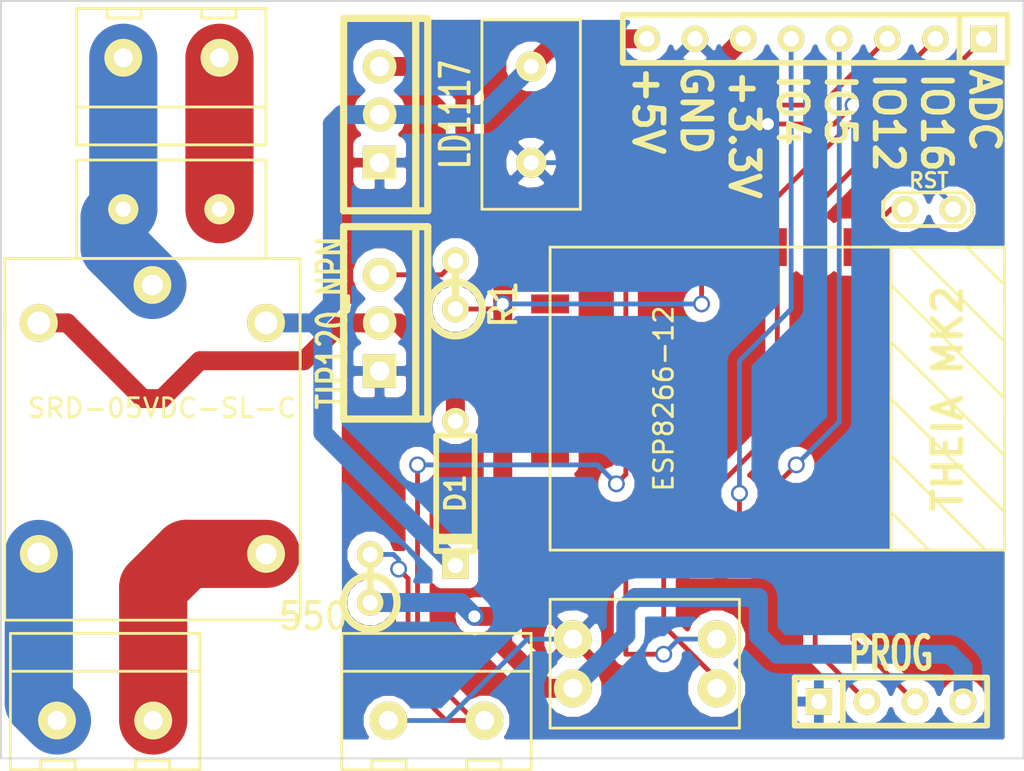
<source format=kicad_pcb>
(kicad_pcb (version 20171130) (host pcbnew "(5.1.12)-1")

  (general
    (thickness 1.6)
    (drawings 13)
    (tracks 129)
    (zones 0)
    (modules 16)
    (nets 22)
  )

  (page A3)
  (layers
    (0 F.Cu signal)
    (31 B.Cu signal)
    (33 F.Adhes user hide)
    (35 F.Paste user hide)
    (37 F.SilkS user hide)
    (39 F.Mask user hide)
    (44 Edge.Cuts user)
  )

  (setup
    (last_trace_width 0.254)
    (trace_clearance 0.254)
    (zone_clearance 0.508)
    (zone_45_only no)
    (trace_min 0.254)
    (via_size 0.889)
    (via_drill 0.635)
    (via_min_size 0.889)
    (via_min_drill 0.508)
    (uvia_size 0.508)
    (uvia_drill 0.127)
    (uvias_allowed no)
    (uvia_min_size 0.508)
    (uvia_min_drill 0.127)
    (edge_width 0.1)
    (segment_width 0.2)
    (pcb_text_width 0.3)
    (pcb_text_size 1.5 1.5)
    (mod_edge_width 0.15)
    (mod_text_size 1 1)
    (mod_text_width 0.15)
    (pad_size 2 2)
    (pad_drill 1)
    (pad_to_mask_clearance 0)
    (aux_axis_origin 0 0)
    (visible_elements 7FFFFFFF)
    (pcbplotparams
      (layerselection 0x00030_ffffffff)
      (usegerberextensions true)
      (usegerberattributes true)
      (usegerberadvancedattributes true)
      (creategerberjobfile true)
      (excludeedgelayer true)
      (linewidth 0.150000)
      (plotframeref false)
      (viasonmask false)
      (mode 1)
      (useauxorigin false)
      (hpglpennumber 1)
      (hpglpenspeed 20)
      (hpglpendiameter 15.000000)
      (psnegative false)
      (psa4output false)
      (plotreference true)
      (plotvalue true)
      (plotinvisibletext false)
      (padsonsilk false)
      (subtractmaskfromsilk false)
      (outputformat 1)
      (mirror false)
      (drillshape 1)
      (scaleselection 1)
      (outputdirectory ""))
  )

  (net 0 "")
  (net 1 +3.3V)
  (net 2 +5V)
  (net 3 GNDA)
  (net 4 LIVE)
  (net 5 N-0000010)
  (net 6 N-0000011)
  (net 7 N-0000014)
  (net 8 N-0000019)
  (net 9 N-000002)
  (net 10 N-0000020)
  (net 11 N-0000021)
  (net 12 N-0000022)
  (net 13 N-0000023)
  (net 14 N-0000024)
  (net 15 N-0000025)
  (net 16 N-0000026)
  (net 17 N-000005)
  (net 18 N-000006)
  (net 19 N-000008)
  (net 20 N-000009)
  (net 21 NEUT)

  (net_class Default "This is the default net class."
    (clearance 0.254)
    (trace_width 0.254)
    (via_dia 0.889)
    (via_drill 0.635)
    (uvia_dia 0.508)
    (uvia_drill 0.127)
    (add_net GNDA)
    (add_net N-0000010)
    (add_net N-0000014)
    (add_net N-0000019)
    (add_net N-000002)
    (add_net N-0000020)
    (add_net N-0000021)
    (add_net N-0000022)
    (add_net N-0000023)
    (add_net N-0000024)
    (add_net N-0000026)
    (add_net N-000005)
    (add_net N-000008)
    (add_net N-000009)
  )

  (net_class 1A ""
    (clearance 0.254)
    (trace_width 1)
    (via_dia 0.889)
    (via_drill 0.635)
    (uvia_dia 0.508)
    (uvia_drill 0.127)
    (add_net +3.3V)
    (add_net +5V)
    (add_net N-0000025)
  )

  (net_class HV ""
    (clearance 0.254)
    (trace_width 3.6)
    (via_dia 0.889)
    (via_drill 0.635)
    (uvia_dia 0.508)
    (uvia_drill 0.127)
    (add_net LIVE)
    (add_net N-0000011)
    (add_net N-000006)
    (add_net NEUT)
  )

  (module Wire2.54 (layer F.Cu) (tedit 57D5606A) (tstamp 57CF1421)
    (at 84 58 270)
    (path /57C85E0C)
    (fp_text reference "" (at 0 -5.08 270) (layer F.SilkS)
      (effects (font (size 1 1) (thickness 0.15)))
    )
    (fp_text value "" (at 0 5.08 270) (layer F.SilkS)
      (effects (font (size 1 1) (thickness 0.15)))
    )
    (fp_line (start -5 -2.6) (end 5 -2.6) (layer F.SilkS) (width 0.15))
    (fp_line (start -5 2.6) (end -5 -2.6) (layer F.SilkS) (width 0.15))
    (fp_line (start 5 2.6) (end -5 2.6) (layer F.SilkS) (width 0.15))
    (fp_line (start 5 -2.6) (end 5 2.6) (layer F.SilkS) (width 0.15))
    (pad 1 thru_hole circle (at -2.54 0 270) (size 1.6 1.6) (drill 0.8) (layers *.Cu *.Mask F.SilkS)
      (net 2 +5V))
    (pad 2 thru_hole circle (at 2.54 0 270) (size 1.6 1.6) (drill 0.8) (layers *.Cu *.Mask F.SilkS)
      (net 3 GNDA))
  )

  (module Wire2.54 (layer F.Cu) (tedit 57D55F92) (tstamp 57CF142B)
    (at 65 63)
    (path /57CC36ED)
    (fp_text reference "" (at 0 -5.08) (layer F.SilkS)
      (effects (font (size 1 1) (thickness 0.15)))
    )
    (fp_text value "" (at 0 5.08) (layer F.SilkS)
      (effects (font (size 1 1) (thickness 0.15)))
    )
    (fp_line (start -5 -2.6) (end 5 -2.6) (layer F.SilkS) (width 0.15))
    (fp_line (start -5 2.6) (end -5 -2.6) (layer F.SilkS) (width 0.15))
    (fp_line (start 5 2.6) (end -5 2.6) (layer F.SilkS) (width 0.15))
    (fp_line (start 5 -2.6) (end 5 2.6) (layer F.SilkS) (width 0.15))
    (pad 1 thru_hole circle (at -2.54 0) (size 1.6 1.6) (drill 0.8) (layers *.Cu *.Mask F.SilkS)
      (net 4 LIVE))
    (pad 2 thru_hole circle (at 2.54 0) (size 1.6 1.6) (drill 0.8) (layers *.Cu *.Mask F.SilkS)
      (net 21 NEUT))
  )

  (module TO220_VERT (layer F.Cu) (tedit 57D56055) (tstamp 57CF1439)
    (at 76 58)
    (descr "Regulateur TO220 serie LM78xx")
    (tags "TR TO220")
    (path /57CAF440)
    (fp_text reference "" (at -3.175 0 90) (layer F.SilkS)
      (effects (font (size 1.524 1.016) (thickness 0.2032)))
    )
    (fp_text value LD1117 (at 4 0 90) (layer F.SilkS)
      (effects (font (size 1.524 1.016) (thickness 0.2032)))
    )
    (fp_line (start -1.905 5.08) (end -1.905 -5.08) (layer F.SilkS) (width 0.381))
    (fp_line (start 1.905 5.08) (end -1.905 5.08) (layer F.SilkS) (width 0.381))
    (fp_line (start 1.905 -5.08) (end 1.905 5.08) (layer F.SilkS) (width 0.381))
    (fp_line (start -1.905 -5.08) (end 1.905 -5.08) (layer F.SilkS) (width 0.381))
    (fp_line (start 2.54 5.08) (end 1.905 5.08) (layer F.SilkS) (width 0.381))
    (fp_line (start 2.54 -5.08) (end 2.54 5.08) (layer F.SilkS) (width 0.381))
    (fp_line (start 1.905 -5.08) (end 2.54 -5.08) (layer F.SilkS) (width 0.381))
    (pad 2 thru_hole circle (at 0 -2.54) (size 1.778 1.778) (drill 1.016) (layers *.Cu *.Mask F.SilkS)
      (net 1 +3.3V))
    (pad 3 thru_hole circle (at 0 0) (size 1.778 1.778) (drill 1.016) (layers *.Cu *.Mask F.SilkS)
      (net 2 +5V))
    (pad 1 thru_hole rect (at 0 2.54) (size 1.778 1.778) (drill 1.016) (layers *.Cu *.Mask F.SilkS)
      (net 3 GNDA))
  )

  (module TO220_VERT (layer F.Cu) (tedit 57D56005) (tstamp 57CF1447)
    (at 76 69)
    (descr "Regulateur TO220 serie LM78xx")
    (tags "TR TO220")
    (path /57CB162D)
    (fp_text reference "" (at -3.175 0 90) (layer F.SilkS)
      (effects (font (size 1.524 1.016) (thickness 0.2032)))
    )
    (fp_text value TIP120_NPN (at -2.5 0 90) (layer F.SilkS)
      (effects (font (size 1.524 1.016) (thickness 0.2032)))
    )
    (fp_line (start -1.905 5.08) (end -1.905 -5.08) (layer F.SilkS) (width 0.381))
    (fp_line (start 1.905 5.08) (end -1.905 5.08) (layer F.SilkS) (width 0.381))
    (fp_line (start 1.905 -5.08) (end 1.905 5.08) (layer F.SilkS) (width 0.381))
    (fp_line (start -1.905 -5.08) (end 1.905 -5.08) (layer F.SilkS) (width 0.381))
    (fp_line (start 2.54 5.08) (end 1.905 5.08) (layer F.SilkS) (width 0.381))
    (fp_line (start 2.54 -5.08) (end 2.54 5.08) (layer F.SilkS) (width 0.381))
    (fp_line (start 1.905 -5.08) (end 2.54 -5.08) (layer F.SilkS) (width 0.381))
    (pad 2 thru_hole circle (at 0 -2.54) (size 1.778 1.778) (drill 1.016) (layers *.Cu *.Mask F.SilkS)
      (net 10 N-0000020))
    (pad 3 thru_hole circle (at 0 0) (size 1.778 1.778) (drill 1.016) (layers *.Cu *.Mask F.SilkS)
      (net 15 N-0000025))
    (pad 1 thru_hole rect (at 0 2.54) (size 1.778 1.778) (drill 1.016) (layers *.Cu *.Mask F.SilkS)
      (net 3 GNDA))
  )

  (module SRD-05VDC-SL-C (layer F.Cu) (tedit 57ED31DC) (tstamp 57CF1469)
    (at 64 67 270)
    (path /57AF6D51)
    (fp_text reference "" (at 10 -2 270) (layer F.SilkS)
      (effects (font (size 1 1) (thickness 0.15)))
    )
    (fp_text value SRD-05VDC-SL-C (at 6.5 -0.5) (layer F.SilkS)
      (effects (font (size 1 1) (thickness 0.15)))
    )
    (fp_line (start 1.6 -7.8) (end 2.4 -7.8) (layer F.SilkS) (width 0.15))
    (fp_line (start 2.3 7.8) (end 1.7 7.8) (layer F.SilkS) (width 0.15))
    (fp_line (start -1.4 7.7) (end -1.4 7.8) (layer F.SilkS) (width 0.15))
    (fp_line (start -1.4 -7.8) (end -1.4 -7.6) (layer F.SilkS) (width 0.15))
    (fp_line (start -1.3 -7.8) (end -1.4 -7.8) (layer F.SilkS) (width 0.15))
    (fp_line (start -1.4 7.8) (end -1.3 7.8) (layer F.SilkS) (width 0.15))
    (fp_line (start -1.4 -7.8) (end 17.7 -7.8) (layer F.SilkS) (width 0.15))
    (fp_line (start -1.4 7.8) (end 17.7 7.8) (layer F.SilkS) (width 0.15))
    (fp_line (start 17.7 -7.8) (end 17.5 -7.8) (layer F.SilkS) (width 0.15))
    (fp_line (start 17.7 7.8) (end 17.7 -7.8) (layer F.SilkS) (width 0.15))
    (fp_line (start -1.4 -7.8) (end -1.4 7.8) (layer F.SilkS) (width 0.15))
    (pad 1 thru_hole circle (at 0 0 270) (size 2 2) (drill oval 1.1) (layers *.Cu *.Mask F.SilkS)
      (net 4 LIVE))
    (pad 3 thru_hole circle (at 2 -6 270) (size 2 2) (drill 1.2) (layers *.Cu *.Mask F.SilkS)
      (net 2 +5V))
    (pad 2 thru_hole circle (at 2 6 270) (size 2 2) (drill 1.2) (layers *.Cu *.Mask F.SilkS)
      (net 15 N-0000025))
    (pad 5 thru_hole circle (at 14.2 -6 270) (size 2 2) (drill 1.1) (layers *.Cu *.Mask F.SilkS)
      (net 18 N-000006))
    (pad 4 thru_hole circle (at 14.2 6 270) (size 2 2) (drill 1.2) (layers *.Cu *.Mask F.SilkS)
      (net 6 N-0000011))
  )

  (module SIL-8 (layer F.Cu) (tedit 57D5609C) (tstamp 57CF147A)
    (at 99 54 180)
    (descr "Connecteur 8 pins")
    (tags "CONN DEV")
    (path /57CC6D3A)
    (fp_text reference "" (at -6.35 -2.54 180) (layer F.SilkS)
      (effects (font (size 1.72974 1.08712) (thickness 0.27178)))
    )
    (fp_text value "" (at 12 0 180) (layer F.SilkS)
      (effects (font (size 1.524 1.016) (thickness 0.254)))
    )
    (fp_line (start -7.62 1.27) (end -7.62 -1.27) (layer F.SilkS) (width 0.3048))
    (fp_line (start -10.16 1.27) (end -10.16 -1.27) (layer F.SilkS) (width 0.3048))
    (fp_line (start 10.16 1.27) (end -10.16 1.27) (layer F.SilkS) (width 0.3048))
    (fp_line (start 10.16 -1.27) (end 10.16 1.27) (layer F.SilkS) (width 0.3048))
    (fp_line (start -10.16 -1.27) (end 10.16 -1.27) (layer F.SilkS) (width 0.3048))
    (pad 1 thru_hole rect (at -8.89 0 180) (size 1.397 1.397) (drill 0.8128) (layers *.Cu *.Mask F.SilkS)
      (net 17 N-000005))
    (pad 2 thru_hole circle (at -6.35 0 180) (size 1.397 1.397) (drill 0.8128) (layers *.Cu *.Mask F.SilkS)
      (net 19 N-000008))
    (pad 3 thru_hole circle (at -3.81 0 180) (size 1.397 1.397) (drill 0.8128) (layers *.Cu *.Mask F.SilkS)
      (net 20 N-000009))
    (pad 4 thru_hole circle (at -1.27 0 180) (size 1.397 1.397) (drill 0.8128) (layers *.Cu *.Mask F.SilkS)
      (net 5 N-0000010))
    (pad 5 thru_hole circle (at 1.27 0 180) (size 1.397 1.397) (drill 0.8128) (layers *.Cu *.Mask F.SilkS)
      (net 9 N-000002))
    (pad 6 thru_hole circle (at 3.81 0 180) (size 1.397 1.397) (drill 0.8128) (layers *.Cu *.Mask F.SilkS)
      (net 1 +3.3V))
    (pad 7 thru_hole circle (at 6.35 0 180) (size 1.397 1.397) (drill 0.8128) (layers *.Cu *.Mask F.SilkS)
      (net 3 GNDA))
    (pad 8 thru_hole circle (at 8.89 0 180) (size 1.397 1.397) (drill 0.8128) (layers *.Cu *.Mask F.SilkS)
      (net 2 +5V))
  )

  (module SIL-4 (layer F.Cu) (tedit 57D5623F) (tstamp 57D58E48)
    (at 103 89)
    (descr "Connecteur 4 pibs")
    (tags "CONN DEV")
    (path /57ADFA85)
    (fp_text reference PROG (at 0 -2.54) (layer F.SilkS)
      (effects (font (size 1.73482 1.08712) (thickness 0.27178)))
    )
    (fp_text value "" (at 0 -2.54) (layer F.SilkS) hide
      (effects (font (size 1.524 1.016) (thickness 0.254)))
    )
    (fp_line (start -2.54 1.27) (end -2.54 -1.27) (layer F.SilkS) (width 0.3048))
    (fp_line (start 5.08 1.27) (end -5.08 1.27) (layer F.SilkS) (width 0.3048))
    (fp_line (start 5.08 -1.27) (end 5.08 1.27) (layer F.SilkS) (width 0.3048))
    (fp_line (start -5.08 -1.27) (end 5.08 -1.27) (layer F.SilkS) (width 0.3048))
    (fp_line (start -5.08 -1.27) (end -5.08 -1.27) (layer F.SilkS) (width 0.3048))
    (fp_line (start -5.08 1.27) (end -5.08 -1.27) (layer F.SilkS) (width 0.3048))
    (fp_line (start -5.08 -1.27) (end -5.08 -1.27) (layer F.SilkS) (width 0.3048))
    (pad 1 thru_hole rect (at -3.81 0) (size 1.397 1.397) (drill 0.8128) (layers *.Cu *.Mask F.SilkS)
      (net 3 GNDA))
    (pad 2 thru_hole circle (at -1.27 0) (size 1.397 1.397) (drill 0.8128) (layers *.Cu *.Mask F.SilkS)
      (net 13 N-0000023))
    (pad 3 thru_hole circle (at 1.27 0) (size 1.397 1.397) (drill 0.8128) (layers *.Cu *.Mask F.SilkS)
      (net 14 N-0000024))
    (pad 4 thru_hole circle (at 3.81 0) (size 1.397 1.397) (drill 0.8128) (layers *.Cu *.Mask F.SilkS)
      (net 1 +3.3V))
  )

  (module R1 (layer F.Cu) (tedit 200000) (tstamp 57CF1491)
    (at 80 67 90)
    (descr "Resistance verticale")
    (tags R)
    (path /57AF2F22)
    (autoplace_cost90 10)
    (autoplace_cost180 10)
    (fp_text reference R1 (at -1.016 2.54 90) (layer F.SilkS)
      (effects (font (size 1.397 1.27) (thickness 0.2032)))
    )
    (fp_text value 1kOhm (at -1.143 2.54 90) (layer F.SilkS) hide
      (effects (font (size 1.397 1.27) (thickness 0.2032)))
    )
    (fp_circle (center -1.27 0) (end -0.635 1.27) (layer F.SilkS) (width 0.381))
    (fp_line (start -1.27 0) (end 1.27 0) (layer F.SilkS) (width 0.381))
    (pad 1 thru_hole circle (at -1.27 0 90) (size 1.397 1.397) (drill 0.8128) (layers *.Cu *.Mask F.SilkS)
      (net 8 N-0000019))
    (pad 2 thru_hole circle (at 1.27 0 90) (size 1.397 1.397) (drill 0.8128) (layers *.Cu *.Mask F.SilkS)
      (net 10 N-0000020))
    (model discret/verti_resistor.wrl
      (at (xyz 0 0 0))
      (scale (xyz 1 1 1))
      (rotate (xyz 0 0 0))
    )
  )

  (module ESP8266-12 (layer F.Cu) (tedit 57D562EE) (tstamp 57CF14C3)
    (at 109 81 180)
    (path /57ADE642)
    (fp_text reference "" (at 15 3 180) (layer F.SilkS)
      (effects (font (size 1 1) (thickness 0.15)))
    )
    (fp_text value ESP8266-12 (at 18 8 270) (layer F.SilkS)
      (effects (font (size 1 1) (thickness 0.15)))
    )
    (fp_line (start 24 0) (end 0 0) (layer F.SilkS) (width 0.15))
    (fp_line (start 24 16) (end 24 0) (layer F.SilkS) (width 0.15))
    (fp_line (start 0 16) (end 24 16) (layer F.SilkS) (width 0.15))
    (fp_line (start 0 0) (end 0 16) (layer F.SilkS) (width 0.15))
    (fp_line (start 5 16) (end 7 16) (layer F.SilkS) (width 0.15))
    (fp_line (start 0 13) (end 0 15) (layer F.SilkS) (width 0.15))
    (fp_line (start 5 16) (end 3 16) (layer F.SilkS) (width 0.15))
    (fp_line (start 0 9) (end 0 11) (layer F.SilkS) (width 0.15))
    (fp_line (start 0 5) (end 0 7) (layer F.SilkS) (width 0.15))
    (fp_line (start 0 1) (end 0 3) (layer F.SilkS) (width 0.15))
    (fp_line (start 3 0) (end 1 0) (layer F.SilkS) (width 0.15))
    (fp_line (start 6 0) (end 6 16) (layer F.SilkS) (width 0.15))
    (fp_line (start 6 8) (end 6 4) (layer F.SilkS) (width 0.15))
    (fp_line (start 0 2) (end 6 8) (layer F.SilkS) (width 0.15))
    (fp_line (start 0 5) (end 0 2) (layer F.SilkS) (width 0.15))
    (fp_line (start 6 11) (end 0 5) (layer F.SilkS) (width 0.15))
    (fp_line (start 6 14) (end 6 11) (layer F.SilkS) (width 0.15))
    (fp_line (start 0 8) (end 6 14) (layer F.SilkS) (width 0.15))
    (fp_line (start 0 11) (end 0 8) (layer F.SilkS) (width 0.15))
    (fp_line (start 5 16) (end 0 11) (layer F.SilkS) (width 0.15))
    (fp_line (start 2 16) (end 5 16) (layer F.SilkS) (width 0.15))
    (fp_line (start 0 14) (end 2 16) (layer F.SilkS) (width 0.15))
    (fp_line (start 6 5) (end 1 0) (layer F.SilkS) (width 0.15))
    (fp_line (start 4 0) (end 6 2) (layer F.SilkS) (width 0.15))
    (pad 15 smd rect (at 22 0 180) (size 1 2) (layers F.Cu F.Paste F.Mask)
      (net 3 GNDA))
    (pad 16 smd rect (at 20 0 180) (size 1 2) (layers F.Cu F.Paste F.Mask)
      (net 7 N-0000014))
    (pad 17 smd rect (at 18 0 180) (size 1 2) (layers F.Cu F.Paste F.Mask)
      (net 16 N-0000026))
    (pad 18 smd rect (at 16 0 180) (size 1 2) (layers F.Cu F.Paste F.Mask)
      (net 16 N-0000026))
    (pad 19 smd rect (at 14 0 180) (size 1 2) (layers F.Cu F.Paste F.Mask)
      (net 9 N-000002))
    (pad 20 smd rect (at 12 0 180) (size 1 2) (layers F.Cu F.Paste F.Mask)
      (net 5 N-0000010))
    (pad 21 smd rect (at 10 0 180) (size 1 2) (layers F.Cu F.Paste F.Mask)
      (net 13 N-0000023))
    (pad 22 smd rect (at 8 0 180) (size 1 2) (layers F.Cu F.Paste F.Mask)
      (net 14 N-0000024))
    (pad 8 smd rect (at 22 16 180) (size 1 2) (layers F.Cu F.Paste F.Mask)
      (net 1 +3.3V))
    (pad 7 smd rect (at 20 16 180) (size 1 2) (layers F.Cu F.Paste F.Mask)
      (net 12 N-0000022))
    (pad 6 smd rect (at 18 16 180) (size 1 2) (layers F.Cu F.Paste F.Mask)
      (net 20 N-000009))
    (pad 5 smd rect (at 16 16 180) (size 1 2) (layers F.Cu F.Paste F.Mask)
      (net 8 N-0000019))
    (pad 4 smd rect (at 14 16 180) (size 1 2) (layers F.Cu F.Paste F.Mask)
      (net 19 N-000008))
    (pad 3 smd rect (at 12 16 180) (size 1 2) (layers F.Cu F.Paste F.Mask)
      (net 16 N-0000026))
    (pad 2 smd rect (at 10 16 180) (size 1 2) (layers F.Cu F.Paste F.Mask)
      (net 17 N-000005))
    (pad 1 smd rect (at 8 16 180) (size 1 2) (layers F.Cu F.Paste F.Mask)
      (net 11 N-0000021))
    (pad 9 smd rect (at 24 13 270) (size 1 2) (layers F.Cu F.Paste F.Mask))
    (pad 10 smd rect (at 24 11 270) (size 1 2) (layers F.Cu F.Paste F.Mask))
    (pad 11 smd rect (at 24 9 270) (size 1 2) (layers F.Cu F.Paste F.Mask))
    (pad 12 smd rect (at 24 7 270) (size 1 2) (layers F.Cu F.Paste F.Mask))
    (pad 13 smd rect (at 24 5 270) (size 1 2) (layers F.Cu F.Paste F.Mask))
    (pad 14 smd rect (at 24 3 270) (size 1 2) (layers F.Cu F.Paste F.Mask))
  )

  (module D3 (layer F.Cu) (tedit 200000) (tstamp 57CF14D3)
    (at 80 78 270)
    (descr "Diode 3 pas")
    (tags "DIODE DEV")
    (path /57AF6EEC)
    (fp_text reference D1 (at 0 0 270) (layer F.SilkS)
      (effects (font (size 1.016 1.016) (thickness 0.2032)))
    )
    (fp_text value 1N4001 (at 0 0 270) (layer F.SilkS) hide
      (effects (font (size 1.016 1.016) (thickness 0.2032)))
    )
    (fp_line (start 2.286 1.016) (end 2.286 -1.016) (layer F.SilkS) (width 0.3048))
    (fp_line (start 2.54 -1.016) (end 2.54 1.016) (layer F.SilkS) (width 0.3048))
    (fp_line (start 3.048 1.016) (end 3.048 0) (layer F.SilkS) (width 0.3048))
    (fp_line (start -3.048 1.016) (end 3.048 1.016) (layer F.SilkS) (width 0.3048))
    (fp_line (start -3.048 0) (end -3.048 1.016) (layer F.SilkS) (width 0.3048))
    (fp_line (start -3.048 0) (end -3.81 0) (layer F.SilkS) (width 0.3048))
    (fp_line (start -3.048 -1.016) (end -3.048 0) (layer F.SilkS) (width 0.3048))
    (fp_line (start 3.048 -1.016) (end -3.048 -1.016) (layer F.SilkS) (width 0.3048))
    (fp_line (start 3.048 0) (end 3.048 -1.016) (layer F.SilkS) (width 0.3048))
    (fp_line (start 3.81 0) (end 3.048 0) (layer F.SilkS) (width 0.3048))
    (pad 2 thru_hole rect (at 3.81 0 270) (size 1.397 1.397) (drill 0.8128) (layers *.Cu *.Mask F.SilkS)
      (net 2 +5V))
    (pad 1 thru_hole circle (at -3.81 0 270) (size 1.397 1.397) (drill 0.8128) (layers *.Cu *.Mask F.SilkS)
      (net 15 N-0000025))
    (model discret/diode.wrl
      (at (xyz 0 0 0))
      (scale (xyz 0.3 0.3 0.3))
      (rotate (xyz 0 0 0))
    )
  )

  (module Conn2.54 (layer F.Cu) (tedit 57ED3404) (tstamp 57CF14E7)
    (at 79 90 180)
    (path /5790EA90)
    (fp_text reference "" (at 0 -5.08 180) (layer F.SilkS)
      (effects (font (size 1 1) (thickness 0.15)))
    )
    (fp_text value "" (at 0 5.08 180) (layer F.SilkS)
      (effects (font (size 1 1) (thickness 0.15)))
    )
    (fp_line (start -5 -2.6) (end 5 -2.6) (layer F.SilkS) (width 0.15))
    (fp_line (start -5 2.6) (end -5 -2.6) (layer F.SilkS) (width 0.15))
    (fp_line (start 5 2.6) (end -5 2.6) (layer F.SilkS) (width 0.15))
    (fp_line (start 5 -2.6) (end 5 2.6) (layer F.SilkS) (width 0.15))
    (fp_line (start 3.4 -2.6) (end 3.4 -2.5) (layer F.SilkS) (width 0.15))
    (fp_line (start 3.4 -2.1) (end 3.4 -2.6) (layer F.SilkS) (width 0.15))
    (fp_line (start 1.6 -2.1) (end 3.4 -2.1) (layer F.SilkS) (width 0.15))
    (fp_line (start 1.6 -2.6) (end 1.6 -2.1) (layer F.SilkS) (width 0.15))
    (fp_line (start -3.4 -2.1) (end -3.4 -2.6) (layer F.SilkS) (width 0.15))
    (fp_line (start -1.6 -2.1) (end -3.4 -2.1) (layer F.SilkS) (width 0.15))
    (fp_line (start -1.6 -2.6) (end -1.6 -2.1) (layer F.SilkS) (width 0.15))
    (fp_line (start 5 4.6) (end 5 2.6) (layer F.SilkS) (width 0.15))
    (fp_line (start -5 4.6) (end 5 4.6) (layer F.SilkS) (width 0.15))
    (fp_line (start -5 2.6) (end -5 4.6) (layer F.SilkS) (width 0.15))
    (pad 1 thru_hole circle (at -2.54 0 180) (size 2 2) (drill 1) (layers *.Cu *.Mask F.SilkS)
      (net 1 +3.3V))
    (pad 2 thru_hole circle (at 2.54 0 180) (size 2 2) (drill 1) (layers *.Cu *.Mask F.SilkS)
      (net 12 N-0000022))
  )

  (module Conn2.54 (layer F.Cu) (tedit 57ED33E6) (tstamp 57CF14FB)
    (at 61.5 90 180)
    (path /57AF7988)
    (fp_text reference "" (at 0 -5.08 180) (layer F.SilkS)
      (effects (font (size 1 1) (thickness 0.15)))
    )
    (fp_text value "" (at 0 5.08 180) (layer F.SilkS)
      (effects (font (size 1 1) (thickness 0.15)))
    )
    (fp_line (start -5 -2.6) (end 5 -2.6) (layer F.SilkS) (width 0.15))
    (fp_line (start -5 2.6) (end -5 -2.6) (layer F.SilkS) (width 0.15))
    (fp_line (start 5 2.6) (end -5 2.6) (layer F.SilkS) (width 0.15))
    (fp_line (start 5 -2.6) (end 5 2.6) (layer F.SilkS) (width 0.15))
    (fp_line (start 3.4 -2.6) (end 3.4 -2.5) (layer F.SilkS) (width 0.15))
    (fp_line (start 3.4 -2.1) (end 3.4 -2.6) (layer F.SilkS) (width 0.15))
    (fp_line (start 1.6 -2.1) (end 3.4 -2.1) (layer F.SilkS) (width 0.15))
    (fp_line (start 1.6 -2.6) (end 1.6 -2.1) (layer F.SilkS) (width 0.15))
    (fp_line (start -3.4 -2.1) (end -3.4 -2.6) (layer F.SilkS) (width 0.15))
    (fp_line (start -1.6 -2.1) (end -3.4 -2.1) (layer F.SilkS) (width 0.15))
    (fp_line (start -1.6 -2.6) (end -1.6 -2.1) (layer F.SilkS) (width 0.15))
    (fp_line (start 5 4.6) (end 5 2.6) (layer F.SilkS) (width 0.15))
    (fp_line (start -5 4.6) (end 5 4.6) (layer F.SilkS) (width 0.15))
    (fp_line (start -5 2.6) (end -5 4.6) (layer F.SilkS) (width 0.15))
    (pad 1 thru_hole circle (at -2.54 0 180) (size 2 2) (drill 1) (layers *.Cu *.Mask F.SilkS)
      (net 18 N-000006))
    (pad 2 thru_hole circle (at 2.54 0 180) (size 2 2) (drill 1) (layers *.Cu *.Mask F.SilkS)
      (net 6 N-0000011))
  )

  (module Conn2.54 (layer F.Cu) (tedit 57ED33F6) (tstamp 57CF150F)
    (at 65 55)
    (path /57CC36C3)
    (fp_text reference "" (at 0 -5.08) (layer F.SilkS)
      (effects (font (size 1 1) (thickness 0.15)))
    )
    (fp_text value "" (at 0 5.08) (layer F.SilkS)
      (effects (font (size 1 1) (thickness 0.15)))
    )
    (fp_line (start -5 -2.6) (end 5 -2.6) (layer F.SilkS) (width 0.15))
    (fp_line (start -5 2.6) (end -5 -2.6) (layer F.SilkS) (width 0.15))
    (fp_line (start 5 2.6) (end -5 2.6) (layer F.SilkS) (width 0.15))
    (fp_line (start 5 -2.6) (end 5 2.6) (layer F.SilkS) (width 0.15))
    (fp_line (start 3.4 -2.6) (end 3.4 -2.5) (layer F.SilkS) (width 0.15))
    (fp_line (start 3.4 -2.1) (end 3.4 -2.6) (layer F.SilkS) (width 0.15))
    (fp_line (start 1.6 -2.1) (end 3.4 -2.1) (layer F.SilkS) (width 0.15))
    (fp_line (start 1.6 -2.6) (end 1.6 -2.1) (layer F.SilkS) (width 0.15))
    (fp_line (start -3.4 -2.1) (end -3.4 -2.6) (layer F.SilkS) (width 0.15))
    (fp_line (start -1.6 -2.1) (end -3.4 -2.1) (layer F.SilkS) (width 0.15))
    (fp_line (start -1.6 -2.6) (end -1.6 -2.1) (layer F.SilkS) (width 0.15))
    (fp_line (start 5 4.6) (end 5 2.6) (layer F.SilkS) (width 0.15))
    (fp_line (start -5 4.6) (end 5 4.6) (layer F.SilkS) (width 0.15))
    (fp_line (start -5 2.6) (end -5 4.6) (layer F.SilkS) (width 0.15))
    (pad 1 thru_hole circle (at -2.54 0) (size 2 2) (drill 1) (layers *.Cu *.Mask F.SilkS)
      (net 4 LIVE))
    (pad 2 thru_hole circle (at 2.54 0) (size 2 2) (drill 1) (layers *.Cu *.Mask F.SilkS)
      (net 21 NEUT))
  )

  (module 2bit_dipsw (layer F.Cu) (tedit 57D55FCE) (tstamp 57CF151B)
    (at 90 87 270)
    (path /57CDC9F2)
    (fp_text reference "" (at 0 -6 270) (layer F.SilkS)
      (effects (font (size 1 1) (thickness 0.15)))
    )
    (fp_text value "" (at 0 6 270) (layer F.SilkS)
      (effects (font (size 1 1) (thickness 0.15)))
    )
    (fp_line (start -3.4 -5) (end -3.4 5) (layer F.SilkS) (width 0.15))
    (fp_line (start 3.4 -5) (end 3.4 5) (layer F.SilkS) (width 0.15))
    (fp_line (start -3.4 -5) (end 3.4 -5) (layer F.SilkS) (width 0.15))
    (fp_line (start -3.4 5) (end 3.4 5) (layer F.SilkS) (width 0.15))
    (pad 1 thru_hole circle (at -1.3 3.8 270) (size 2 2) (drill 1) (layers *.Cu *.Mask F.SilkS)
      (net 3 GNDA))
    (pad 2 thru_hole circle (at -1.3 -3.8 270) (size 2 2) (drill 1) (layers *.Cu *.Mask F.SilkS)
      (net 7 N-0000014))
    (pad 3 thru_hole circle (at 1.3 3.8 270) (size 2 2) (drill 1) (layers *.Cu *.Mask F.SilkS)
      (net 1 +3.3V))
    (pad 4 thru_hole circle (at 1.3 -3.8 270) (size 2 2) (drill 1) (layers *.Cu *.Mask F.SilkS)
      (net 16 N-0000026))
  )

  (module TESTPOINT (layer F.Cu) (tedit 57D560B4) (tstamp 57D10F49)
    (at 105 63)
    (descr "Connecteurs 2 pins")
    (tags "CONN DEV")
    (fp_text reference RST (at 0 -1.524) (layer F.SilkS)
      (effects (font (size 0.762 0.762) (thickness 0.1524)))
    )
    (fp_text value "" (at 0.127 1.524) (layer F.SilkS)
      (effects (font (size 0.762 0.762) (thickness 0.1524)))
    )
    (fp_line (start -2.413 -0.381) (end -1.905 -0.889) (layer F.SilkS) (width 0.2032))
    (fp_line (start -2.413 0.381) (end -2.413 -0.381) (layer F.SilkS) (width 0.2032))
    (fp_line (start -1.905 0.889) (end -2.413 0.381) (layer F.SilkS) (width 0.2032))
    (fp_line (start 1.778 0.889) (end -1.905 0.889) (layer F.SilkS) (width 0.2032))
    (fp_line (start 2.286 0.381) (end 1.778 0.889) (layer F.SilkS) (width 0.2032))
    (fp_line (start 2.286 -0.381) (end 2.286 0.381) (layer F.SilkS) (width 0.2032))
    (fp_line (start 1.778 -0.889) (end 2.286 -0.381) (layer F.SilkS) (width 0.2032))
    (fp_line (start -1.905 -0.889) (end 1.778 -0.889) (layer F.SilkS) (width 0.2032))
    (pad 1 thru_hole circle (at -1.27 0) (size 1.397 1.397) (drill 0.8128) (layers *.Cu *.Mask F.SilkS))
    (pad 1 thru_hole circle (at 1.27 0) (size 1.397 1.397) (drill 0.8128) (layers *.Cu *.Mask F.SilkS))
    (model connectors/testpoint.wrl
      (at (xyz 0 0 0))
      (scale (xyz 1 1 1))
      (rotate (xyz 0 0 0))
    )
  )

  (module R1 (layer F.Cu) (tedit 57DBEC8A) (tstamp 57DBF1AE)
    (at 75.5 82.5 90)
    (descr "Resistance verticale")
    (tags R)
    (autoplace_cost90 10)
    (autoplace_cost180 10)
    (fp_text reference 550 (at -2 -3 180) (layer F.SilkS)
      (effects (font (size 1.397 1.27) (thickness 0.2032)))
    )
    (fp_text value "" (at -1.143 2.54 90) (layer F.SilkS) hide
      (effects (font (size 1.397 1.27) (thickness 0.2032)))
    )
    (fp_circle (center -1.27 0) (end -0.635 1.27) (layer F.SilkS) (width 0.381))
    (fp_line (start -1.27 0) (end 1.27 0) (layer F.SilkS) (width 0.381))
    (pad 1 thru_hole circle (at -1.27 0 90) (size 1.397 1.397) (drill 0.8128) (layers *.Cu *.Mask F.SilkS))
    (pad 2 thru_hole circle (at 1.27 0 90) (size 1.397 1.397) (drill 0.8128) (layers *.Cu *.Mask F.SilkS))
    (model discret/verti_resistor.wrl
      (at (xyz 0 0 0))
      (scale (xyz 1 1 1))
      (rotate (xyz 0 0 0))
    )
  )

  (gr_text "THEIA MK2" (at 106 73 90) (layer F.SilkS)
    (effects (font (size 1.5 1.5) (thickness 0.3)))
  )
  (gr_line (start 56 92) (end 110 92) (angle 90) (layer Edge.Cuts) (width 0.1))
  (gr_line (start 56 52) (end 56 92) (angle 90) (layer Edge.Cuts) (width 0.1))
  (gr_line (start 110 52) (end 56 52) (angle 90) (layer Edge.Cuts) (width 0.1))
  (gr_line (start 110 92) (end 110 52) (angle 90) (layer Edge.Cuts) (width 0.1))
  (gr_text +5V (at 90.17 57.785 270) (layer F.SilkS)
    (effects (font (size 1.5 1.5) (thickness 0.3)))
  )
  (gr_text GND (at 92.71 57.785 270) (layer F.SilkS)
    (effects (font (size 1.5 1.5) (thickness 0.3)))
  )
  (gr_text +3.3V (at 95.25 59.055 270) (layer F.SilkS)
    (effects (font (size 1.5 1.5) (thickness 0.3)))
  )
  (gr_text IO4 (at 97.79 57.785 270) (layer F.SilkS)
    (effects (font (size 1.5 1.5) (thickness 0.3)))
  )
  (gr_text IO5 (at 100.33 57.785 270) (layer F.SilkS)
    (effects (font (size 1.5 1.5) (thickness 0.3)))
  )
  (gr_text IO12 (at 102.87 58.42 270) (layer F.SilkS)
    (effects (font (size 1.5 1.5) (thickness 0.3)))
  )
  (gr_text IO16 (at 105.41 58.42 270) (layer F.SilkS)
    (effects (font (size 1.5 1.5) (thickness 0.3)))
  )
  (gr_text ADC (at 107.95 57.785 270) (layer F.SilkS)
    (effects (font (size 1.5 1.5) (thickness 0.3)))
  )

  (segment (start 75.5 81.23) (end 76.73 81.23) (width 0.254) (layer B.Cu) (net 1))
  (segment (start 79.5 90) (end 81.54 90) (width 0.254) (layer F.Cu) (net 1) (tstamp 57DBF210))
  (segment (start 77.5 88) (end 79.5 90) (width 0.254) (layer F.Cu) (net 1) (tstamp 57DBF20E))
  (segment (start 77.5 82.5) (end 77.5 88) (width 0.254) (layer F.Cu) (net 1) (tstamp 57DBF20D))
  (segment (start 77 82) (end 77.5 82.5) (width 0.254) (layer F.Cu) (net 1) (tstamp 57DBF20C))
  (via (at 77 82) (size 0.889) (layers F.Cu B.Cu) (net 1))
  (segment (start 77 81.5) (end 77 82) (width 0.254) (layer B.Cu) (net 1) (tstamp 57DBF20A))
  (segment (start 76.73 81.23) (end 77 81.5) (width 0.254) (layer B.Cu) (net 1) (tstamp 57DBF209))
  (segment (start 82.5 84.5) (end 81 84.5) (width 1) (layer F.Cu) (net 1))
  (segment (start 80.27 83.77) (end 75.5 83.77) (width 1) (layer B.Cu) (net 1) (tstamp 57DBF206))
  (segment (start 81 84.5) (end 80.27 83.77) (width 1) (layer B.Cu) (net 1) (tstamp 57DBF205))
  (via (at 81 84.5) (size 0.889) (layers F.Cu B.Cu) (net 1))
  (segment (start 86.2 88.3) (end 84.8 88.3) (width 1) (layer F.Cu) (net 1))
  (segment (start 82.5 86) (end 82.5 84.5) (width 1) (layer F.Cu) (net 1) (tstamp 57DBF1FC))
  (segment (start 82.5 84.5) (end 82.5 64.5) (width 1) (layer F.Cu) (net 1) (tstamp 57DBF201))
  (segment (start 84.8 88.3) (end 82.5 86) (width 1) (layer F.Cu) (net 1) (tstamp 57DBF1FB))
  (segment (start 97 86.5) (end 106.12 86.5) (width 1) (layer B.Cu) (net 1))
  (segment (start 76 55.46) (end 78.96 55.46) (width 1) (layer F.Cu) (net 1))
  (segment (start 80.5 62.5) (end 82.5 64.5) (width 1) (layer F.Cu) (net 1) (tstamp 57D54CA4))
  (segment (start 80.5 57) (end 80.5 62.5) (width 1) (layer F.Cu) (net 1) (tstamp 57D54CA1))
  (segment (start 78.96 55.46) (end 80.5 57) (width 1) (layer F.Cu) (net 1) (tstamp 57D54C98))
  (segment (start 82.5 64.5) (end 83 65) (width 1) (layer F.Cu) (net 1) (tstamp 57DBF1FF))
  (segment (start 83 65) (end 87 65) (width 1) (layer F.Cu) (net 1) (tstamp 57D54CA6))
  (segment (start 106.81 89) (end 106.81 87.19) (width 1) (layer B.Cu) (net 1))
  (segment (start 89 85.5) (end 86.2 88.3) (width 1) (layer B.Cu) (net 1) (tstamp 57D54B65))
  (segment (start 89 84) (end 89 85.5) (width 1) (layer B.Cu) (net 1) (tstamp 57D54B62))
  (segment (start 89.5 83.5) (end 89 84) (width 1) (layer B.Cu) (net 1) (tstamp 57D54B55))
  (segment (start 96 83.5) (end 89.5 83.5) (width 1) (layer B.Cu) (net 1) (tstamp 57D54B53))
  (segment (start 96 85.5) (end 96 83.5) (width 1) (layer B.Cu) (net 1) (tstamp 57D54B47))
  (segment (start 97 86.5) (end 96 85.5) (width 1) (layer B.Cu) (net 1) (tstamp 57D54B44))
  (segment (start 106.81 87.19) (end 106.12 86.5) (width 1) (layer B.Cu) (net 1) (tstamp 57D54B38))
  (segment (start 87 65) (end 87 62.19) (width 1) (layer F.Cu) (net 1))
  (segment (start 87 62.19) (end 95.19 54) (width 1) (layer F.Cu) (net 1) (tstamp 57D5410B))
  (segment (start 81 90) (end 81.54 90) (width 0.254) (layer F.Cu) (net 1) (tstamp 57DBF1EA))
  (segment (start 78 87) (end 81 90) (width 0.254) (layer F.Cu) (net 1) (tstamp 57DBF1E9))
  (segment (start 78 76.5) (end 78 87) (width 0.254) (layer F.Cu) (net 1) (tstamp 57DBF1E8))
  (via (at 78 76.5) (size 0.889) (layers F.Cu B.Cu) (net 1))
  (segment (start 87.5 76.5) (end 78 76.5) (width 0.254) (layer B.Cu) (net 1) (tstamp 57DBF1E6))
  (segment (start 88.5 77.5) (end 87.5 76.5) (width 0.254) (layer B.Cu) (net 1) (tstamp 57DBF1E5))
  (via (at 88.5 77.5) (size 0.889) (layers F.Cu B.Cu) (net 1))
  (segment (start 89 77) (end 88.5 77.5) (width 0.254) (layer F.Cu) (net 1) (tstamp 57DBF1E3))
  (segment (start 76 58) (end 81.46 58) (width 1) (layer B.Cu) (net 2))
  (segment (start 81.46 58) (end 84 55.46) (width 1) (layer B.Cu) (net 2) (tstamp 57D54C8E))
  (segment (start 76 58) (end 74 58) (width 1) (layer B.Cu) (net 2))
  (segment (start 73.5 68) (end 72.5 69) (width 1) (layer B.Cu) (net 2) (tstamp 57D54C84))
  (segment (start 73.5 58.5) (end 73.5 68) (width 1) (layer B.Cu) (net 2) (tstamp 57D54C7E))
  (segment (start 74 58) (end 73.5 58.5) (width 1) (layer B.Cu) (net 2) (tstamp 57D54C7A))
  (segment (start 90.11 54) (end 85.46 54) (width 1) (layer F.Cu) (net 2))
  (segment (start 85.46 54) (end 84 55.46) (width 1) (layer F.Cu) (net 2) (tstamp 57D53190))
  (segment (start 70 69) (end 72.5 69) (width 1) (layer B.Cu) (net 2))
  (segment (start 73 74.81) (end 80 81.81) (width 1) (layer B.Cu) (net 2) (tstamp 57D53079))
  (segment (start 73 69.5) (end 73 74.81) (width 1) (layer B.Cu) (net 2) (tstamp 57D53077))
  (segment (start 72.5 69) (end 73 69.5) (width 1) (layer B.Cu) (net 2) (tstamp 57D5306C))
  (segment (start 106.27 63) (end 106.27 62.77) (width 0.254) (layer B.Cu) (net 3))
  (segment (start 94.46 60.54) (end 84 60.54) (width 0.254) (layer B.Cu) (net 3) (tstamp 57D58E22))
  (segment (start 96.5 58.5) (end 94.46 60.54) (width 0.254) (layer B.Cu) (net 3) (tstamp 57D58E21))
  (via (at 96.5 58.5) (size 0.889) (layers F.Cu B.Cu) (net 3))
  (segment (start 100 58.5) (end 96.5 58.5) (width 0.254) (layer F.Cu) (net 3) (tstamp 57D58E1F))
  (segment (start 101 57.5) (end 100 58.5) (width 0.254) (layer F.Cu) (net 3) (tstamp 57D58E1E))
  (via (at 101 57.5) (size 0.889) (layers F.Cu B.Cu) (net 3))
  (segment (start 106.27 62.77) (end 101 57.5) (width 0.254) (layer B.Cu) (net 3) (tstamp 57D58E1C))
  (segment (start 83.8 85.7) (end 86.2 85.7) (width 0.254) (layer B.Cu) (net 3) (tstamp 57DBF219))
  (segment (start 79.5 90) (end 83.8 85.7) (width 0.254) (layer B.Cu) (net 3) (tstamp 57DBF217))
  (segment (start 62.46 55) (end 62.46 63) (width 3.6) (layer B.Cu) (net 4))
  (segment (start 62.46 63) (end 62 63.46) (width 3.6) (layer B.Cu) (net 4) (tstamp 57D4668F))
  (segment (start 62 63.46) (end 62 65) (width 3.6) (layer B.Cu) (net 4) (tstamp 57D46690))
  (segment (start 62 65) (end 64 67) (width 3.6) (layer B.Cu) (net 4) (tstamp 57D46693))
  (segment (start 100.27 54) (end 100.27 74.23) (width 0.254) (layer B.Cu) (net 5))
  (segment (start 97 77.5) (end 97 81) (width 0.254) (layer F.Cu) (net 5) (tstamp 57D54C4A))
  (segment (start 98 76.5) (end 97 77.5) (width 0.254) (layer F.Cu) (net 5) (tstamp 57D54C49))
  (via (at 98 76.5) (size 0.889) (layers F.Cu B.Cu) (net 5))
  (segment (start 100.27 74.23) (end 98 76.5) (width 0.254) (layer B.Cu) (net 5) (tstamp 57D54C40))
  (segment (start 58 81.2) (end 58 89.04) (width 3.6) (layer B.Cu) (net 6))
  (segment (start 58 89.04) (end 58.96 90) (width 3.6) (layer B.Cu) (net 6) (tstamp 57D466D9))
  (segment (start 89 81) (end 89 86.5) (width 0.254) (layer F.Cu) (net 7))
  (segment (start 91.8 85.7) (end 93.8 85.7) (width 0.254) (layer B.Cu) (net 7) (tstamp 57D54CD2))
  (segment (start 91 86.5) (end 91.8 85.7) (width 0.254) (layer B.Cu) (net 7) (tstamp 57D54CD1))
  (via (at 91 86.5) (size 0.889) (layers F.Cu B.Cu) (net 7))
  (segment (start 89 86.5) (end 91 86.5) (width 0.254) (layer F.Cu) (net 7) (tstamp 57D54CC0))
  (segment (start 80 68.27) (end 82.23 68.27) (width 0.254) (layer F.Cu) (net 8))
  (segment (start 93 68) (end 93 65) (width 0.254) (layer F.Cu) (net 8) (tstamp 57D541EC))
  (via (at 93 68) (size 0.889) (layers F.Cu B.Cu) (net 8))
  (segment (start 82.5 68) (end 93 68) (width 0.254) (layer B.Cu) (net 8) (tstamp 57D541E7))
  (via (at 82.5 68) (size 0.889) (layers F.Cu B.Cu) (net 8))
  (segment (start 82.23 68.27) (end 82.5 68) (width 0.254) (layer F.Cu) (net 8) (tstamp 57D541DE))
  (segment (start 97.73 54) (end 97.73 68.27) (width 0.254) (layer B.Cu) (net 9))
  (segment (start 95 78) (end 95 81) (width 0.254) (layer F.Cu) (net 9) (tstamp 57D54C5C))
  (via (at 95 78) (size 0.889) (layers F.Cu B.Cu) (net 9))
  (segment (start 95 71) (end 95 78) (width 0.254) (layer B.Cu) (net 9) (tstamp 57D54C57))
  (segment (start 97.73 68.27) (end 95 71) (width 0.254) (layer B.Cu) (net 9) (tstamp 57D54C4F))
  (segment (start 76 66.46) (end 79.27 66.46) (width 0.254) (layer F.Cu) (net 10))
  (segment (start 79.27 66.46) (end 80 65.73) (width 0.254) (layer F.Cu) (net 10) (tstamp 57D541CD))
  (segment (start 103.73 63) (end 103 63) (width 0.254) (layer F.Cu) (net 11))
  (segment (start 103 63) (end 101 65) (width 0.254) (layer F.Cu) (net 11) (tstamp 57D54147))
  (segment (start 76.46 90) (end 79.5 90) (width 0.254) (layer B.Cu) (net 12))
  (segment (start 89 65) (end 89 77) (width 0.254) (layer F.Cu) (net 12))
  (segment (start 99 81) (end 99 86.27) (width 0.254) (layer F.Cu) (net 13))
  (segment (start 99 86.27) (end 101.73 89) (width 0.254) (layer F.Cu) (net 13) (tstamp 57D54B84))
  (segment (start 101 81) (end 101 85.73) (width 0.254) (layer F.Cu) (net 14))
  (segment (start 101 85.73) (end 104.27 89) (width 0.254) (layer F.Cu) (net 14) (tstamp 57D54B7E))
  (segment (start 80 74.19) (end 80 72) (width 1) (layer F.Cu) (net 15))
  (segment (start 77 69) (end 76 69) (width 1) (layer F.Cu) (net 15) (tstamp 57D53111))
  (segment (start 80 72) (end 77 69) (width 1) (layer F.Cu) (net 15) (tstamp 57D5310C))
  (segment (start 58 69) (end 59.5 69) (width 1) (layer F.Cu) (net 15))
  (segment (start 74 69) (end 76 69) (width 1) (layer F.Cu) (net 15) (tstamp 57D530CB))
  (segment (start 72 71) (end 74 69) (width 1) (layer F.Cu) (net 15) (tstamp 57D530C7))
  (segment (start 66.5 71) (end 72 71) (width 1) (layer F.Cu) (net 15) (tstamp 57D530BF))
  (segment (start 64.5 73) (end 66.5 71) (width 1) (layer F.Cu) (net 15) (tstamp 57D530B4))
  (segment (start 63.5 73) (end 64.5 73) (width 1) (layer F.Cu) (net 15) (tstamp 57D530AF))
  (segment (start 59.5 69) (end 63.5 73) (width 1) (layer F.Cu) (net 15) (tstamp 57D530A6))
  (segment (start 97 65) (end 97 74.5) (width 0.254) (layer F.Cu) (net 16))
  (segment (start 93 78.5) (end 93 81) (width 0.254) (layer F.Cu) (net 16) (tstamp 57D54BCA))
  (segment (start 97 74.5) (end 93 78.5) (width 0.254) (layer F.Cu) (net 16) (tstamp 57D54BC3))
  (segment (start 91 81) (end 93 81) (width 0.254) (layer F.Cu) (net 16))
  (segment (start 93.8 88.3) (end 93.8 87.8) (width 0.254) (layer F.Cu) (net 16))
  (segment (start 91 85) (end 91 81) (width 0.254) (layer F.Cu) (net 16) (tstamp 57D54B9C))
  (segment (start 93.8 87.8) (end 91 85) (width 0.254) (layer F.Cu) (net 16) (tstamp 57D54B8F))
  (segment (start 99 65) (end 99 62.89) (width 0.254) (layer F.Cu) (net 17))
  (segment (start 99 62.89) (end 107.89 54) (width 0.254) (layer F.Cu) (net 17) (tstamp 57D54BD4))
  (segment (start 70 81.2) (end 65.8 81.2) (width 3.6) (layer F.Cu) (net 18))
  (segment (start 64.04 82.96) (end 64.04 90) (width 3.6) (layer F.Cu) (net 18) (tstamp 57D46703))
  (segment (start 65.8 81.2) (end 64.04 82.96) (width 3.6) (layer F.Cu) (net 18) (tstamp 57D46701))
  (segment (start 95 65) (end 95 64.35) (width 0.254) (layer F.Cu) (net 19))
  (segment (start 95 64.35) (end 105.35 54) (width 0.254) (layer F.Cu) (net 19) (tstamp 57D54BD9))
  (segment (start 91 65) (end 91 63) (width 0.254) (layer F.Cu) (net 20))
  (segment (start 99.31 57.5) (end 102.81 54) (width 0.254) (layer F.Cu) (net 20) (tstamp 57D54BEB))
  (segment (start 96.5 57.5) (end 99.31 57.5) (width 0.254) (layer F.Cu) (net 20) (tstamp 57D54BE8))
  (segment (start 91 63) (end 96.5 57.5) (width 0.254) (layer F.Cu) (net 20) (tstamp 57D54BDF))
  (segment (start 67.54 55) (end 67.54 63) (width 3.6) (layer F.Cu) (net 21))

  (zone (net 3) (net_name GNDA) (layer F.Cu) (tstamp 57D54D91) (hatch edge 0.508)
    (connect_pads (clearance 0.508))
    (min_thickness 0.254)
    (fill (arc_segments 16) (thermal_gap 0.508) (thermal_bridge_width 0.508))
    (polygon
      (pts
        (xy 109 91) (xy 74 91) (xy 74 53) (xy 109 53) (xy 109 65)
        (xy 103 65) (xy 103 81) (xy 109 81)
      )
    )
    (filled_polygon
      (pts
        (xy 92.843747 54.014142) (xy 92.664142 54.193747) (xy 92.65 54.179605) (xy 91.895419 54.934186) (xy 91.957072 55.169798)
        (xy 92.295836 55.289031) (xy 86.197434 61.387434) (xy 85.951397 61.755654) (xy 85.865 62.19) (xy 85.865 63.865)
        (xy 85.446964 63.865) (xy 85.446964 60.756776) (xy 85.419777 60.186546) (xy 85.253864 59.785996) (xy 85.007744 59.711861)
        (xy 84.828139 59.891466) (xy 84.828139 59.532256) (xy 84.754004 59.286136) (xy 84.216776 59.093036) (xy 83.646546 59.120223)
        (xy 83.245996 59.286136) (xy 83.171861 59.532256) (xy 84 60.360395) (xy 84.828139 59.532256) (xy 84.828139 59.891466)
        (xy 84.179605 60.54) (xy 85.007744 61.368139) (xy 85.253864 61.294004) (xy 85.446964 60.756776) (xy 85.446964 63.865)
        (xy 84.828139 63.865) (xy 84.828139 61.547744) (xy 84 60.719605) (xy 83.820395 60.89921) (xy 83.820395 60.54)
        (xy 82.992256 59.711861) (xy 82.746136 59.785996) (xy 82.553036 60.323224) (xy 82.580223 60.893454) (xy 82.746136 61.294004)
        (xy 82.992256 61.368139) (xy 83.820395 60.54) (xy 83.820395 60.89921) (xy 83.171861 61.547744) (xy 83.245996 61.793864)
        (xy 83.783224 61.986964) (xy 84.353454 61.959777) (xy 84.754004 61.793864) (xy 84.828139 61.547744) (xy 84.828139 63.865)
        (xy 83.470132 63.865) (xy 83.302566 63.697434) (xy 81.635 62.029868) (xy 81.635 57) (xy 81.634999 56.999999)
        (xy 81.548603 56.565654) (xy 81.302566 56.197434) (xy 81.302566 56.197433) (xy 79.762566 54.657434) (xy 79.394346 54.411397)
        (xy 78.96 54.325) (xy 77.02036 54.325) (xy 76.864403 54.16877) (xy 76.304472 53.936266) (xy 75.698188 53.935737)
        (xy 75.137852 54.167263) (xy 74.70877 54.595597) (xy 74.476266 55.155528) (xy 74.475737 55.761812) (xy 74.707263 56.322148)
        (xy 75.114739 56.730335) (xy 74.70877 57.135597) (xy 74.476266 57.695528) (xy 74.475737 58.301812) (xy 74.707263 58.862148)
        (xy 74.897095 59.052312) (xy 74.751771 59.112359) (xy 74.572987 59.290832) (xy 74.476111 59.524136) (xy 74.47589 59.776755)
        (xy 74.476 60.25425) (xy 74.63475 60.413) (xy 75.873 60.413) (xy 75.873 60.393) (xy 76.127 60.393)
        (xy 76.127 60.413) (xy 77.36525 60.413) (xy 77.524 60.25425) (xy 77.52411 59.776755) (xy 77.523889 59.524136)
        (xy 77.427013 59.290832) (xy 77.248229 59.112359) (xy 77.102966 59.052338) (xy 77.29123 58.864403) (xy 77.523734 58.304472)
        (xy 77.524263 57.698188) (xy 77.292737 57.137852) (xy 76.88526 56.729664) (xy 77.02016 56.595) (xy 78.489867 56.595)
        (xy 79.365 57.470132) (xy 79.365 62.5) (xy 79.451397 62.934346) (xy 79.697434 63.302566) (xy 81.365 64.970132)
        (xy 81.365 67.508) (xy 81.123538 67.508) (xy 80.756353 67.140174) (xy 80.418551 66.999906) (xy 80.75438 66.861145)
        (xy 81.129826 66.486353) (xy 81.333267 65.996413) (xy 81.33373 65.465914) (xy 81.131145 64.97562) (xy 80.756353 64.600174)
        (xy 80.266413 64.396733) (xy 79.735914 64.39627) (xy 79.24562 64.598855) (xy 78.870174 64.973647) (xy 78.666733 65.463587)
        (xy 78.666528 65.698) (xy 77.52411 65.698) (xy 77.52411 61.303245) (xy 77.524 60.82575) (xy 77.36525 60.667)
        (xy 76.127 60.667) (xy 76.127 61.90525) (xy 76.28575 62.064) (xy 77.014755 62.06411) (xy 77.248229 61.967641)
        (xy 77.427013 61.789168) (xy 77.523889 61.555864) (xy 77.52411 61.303245) (xy 77.52411 65.698) (xy 77.334117 65.698)
        (xy 77.292737 65.597852) (xy 76.864403 65.16877) (xy 76.304472 64.936266) (xy 75.873 64.935889) (xy 75.873 61.90525)
        (xy 75.873 60.667) (xy 74.63475 60.667) (xy 74.476 60.82575) (xy 74.47589 61.303245) (xy 74.476111 61.555864)
        (xy 74.572987 61.789168) (xy 74.751771 61.967641) (xy 74.985245 62.06411) (xy 75.71425 62.064) (xy 75.873 61.90525)
        (xy 75.873 64.935889) (xy 75.698188 64.935737) (xy 75.137852 65.167263) (xy 74.70877 65.595597) (xy 74.476266 66.155528)
        (xy 74.475737 66.761812) (xy 74.707263 67.322148) (xy 75.114739 67.730335) (xy 74.979839 67.865) (xy 74.127 67.865)
        (xy 74.127 53.127) (xy 84.762845 53.127) (xy 84.657433 53.197434) (xy 83.830015 54.024851) (xy 83.715813 54.024752)
        (xy 83.1882 54.242757) (xy 82.784176 54.646077) (xy 82.56525 55.173309) (xy 82.564752 55.744187) (xy 82.782757 56.2718)
        (xy 83.186077 56.675824) (xy 83.713309 56.89475) (xy 84.284187 56.895248) (xy 84.8118 56.677243) (xy 85.215824 56.273923)
        (xy 85.43475 55.746691) (xy 85.434851 55.63028) (xy 85.930132 55.135) (xy 89.366107 55.135) (xy 89.843587 55.333267)
        (xy 90.374086 55.33373) (xy 90.86438 55.131145) (xy 91.239826 54.756353) (xy 91.373314 54.434877) (xy 91.480202 54.692928)
        (xy 91.715814 54.754581) (xy 92.470395 54) (xy 92.456252 53.985857) (xy 92.635857 53.806252) (xy 92.65 53.820395)
        (xy 92.664142 53.806252) (xy 92.843747 53.985857) (xy 92.829605 54) (xy 92.843747 54.014142)
      )
    )
    (filled_polygon
      (pts
        (xy 108.873 90.873) (xy 99.063 90.873) (xy 99.063 90.17475) (xy 99.063 89.127) (xy 99.063 88.873)
        (xy 99.063 87.82525) (xy 98.90425 87.6665) (xy 98.365745 87.66639) (xy 98.132271 87.762859) (xy 97.953487 87.941332)
        (xy 97.856611 88.174636) (xy 97.85639 88.427255) (xy 97.8565 88.71425) (xy 98.01525 88.873) (xy 99.063 88.873)
        (xy 99.063 89.127) (xy 98.01525 89.127) (xy 97.8565 89.28575) (xy 97.85639 89.572745) (xy 97.856611 89.825364)
        (xy 97.953487 90.058668) (xy 98.132271 90.237141) (xy 98.365745 90.33361) (xy 98.90425 90.3335) (xy 99.063 90.17475)
        (xy 99.063 90.873) (xy 87.845908 90.873) (xy 87.845908 85.964538) (xy 87.821855 85.31454) (xy 87.619386 84.825737)
        (xy 87.35253 84.727075) (xy 87.172925 84.90668) (xy 87.172925 84.54747) (xy 87.074263 84.280614) (xy 86.873 84.205841)
        (xy 86.873 82.47625) (xy 86.873 81.127) (xy 86.873 80.873) (xy 86.873 79.52375) (xy 86.71425 79.365)
        (xy 86.374245 79.36489) (xy 86.140771 79.461359) (xy 85.961987 79.639832) (xy 85.865111 79.873136) (xy 85.86489 80.125755)
        (xy 85.865 80.71425) (xy 86.02375 80.873) (xy 86.873 80.873) (xy 86.873 81.127) (xy 86.02375 81.127)
        (xy 85.865 81.28575) (xy 85.86489 81.874245) (xy 85.865111 82.126864) (xy 85.961987 82.360168) (xy 86.140771 82.538641)
        (xy 86.374245 82.63511) (xy 86.71425 82.635) (xy 86.873 82.47625) (xy 86.873 84.205841) (xy 86.464538 84.054092)
        (xy 85.81454 84.078145) (xy 85.325737 84.280614) (xy 85.227075 84.54747) (xy 86.2 85.520395) (xy 87.172925 84.54747)
        (xy 87.172925 84.90668) (xy 86.379605 85.7) (xy 87.35253 86.672925) (xy 87.619386 86.574263) (xy 87.845908 85.964538)
        (xy 87.845908 90.873) (xy 82.696643 90.873) (xy 82.755824 90.813923) (xy 82.97475 90.286691) (xy 82.975248 89.715813)
        (xy 82.757243 89.1882) (xy 82.353923 88.784176) (xy 81.826691 88.56525) (xy 81.255813 88.564752) (xy 80.821738 88.744107)
        (xy 78.762 86.684369) (xy 78.762 82.86565) (xy 78.762859 82.867729) (xy 78.941332 83.046513) (xy 79.174636 83.143389)
        (xy 79.427255 83.14361) (xy 80.824255 83.14361) (xy 81.057729 83.047141) (xy 81.236513 82.868668) (xy 81.333389 82.635364)
        (xy 81.33361 82.382745) (xy 81.33361 80.985745) (xy 81.237141 80.752271) (xy 81.058668 80.573487) (xy 80.825364 80.476611)
        (xy 80.572745 80.47639) (xy 79.175745 80.47639) (xy 78.942271 80.572859) (xy 78.763487 80.751332) (xy 78.762 80.754913)
        (xy 78.762 77.264641) (xy 78.914622 77.112286) (xy 79.079313 76.715668) (xy 79.079687 76.286216) (xy 78.915689 75.889311)
        (xy 78.612286 75.585378) (xy 78.215668 75.420687) (xy 77.786216 75.420313) (xy 77.52411 75.528613) (xy 77.52411 72.303245)
        (xy 77.524 71.82575) (xy 77.36525 71.667) (xy 76.127 71.667) (xy 76.127 72.90525) (xy 76.28575 73.064)
        (xy 77.014755 73.06411) (xy 77.248229 72.967641) (xy 77.427013 72.789168) (xy 77.523889 72.555864) (xy 77.52411 72.303245)
        (xy 77.52411 75.528613) (xy 77.389311 75.584311) (xy 77.085378 75.887714) (xy 76.920687 76.284332) (xy 76.920313 76.713784)
        (xy 77.084311 77.110689) (xy 77.238 77.264646) (xy 77.238 80.92996) (xy 77.215668 80.920687) (xy 76.814898 80.920337)
        (xy 76.631145 80.47562) (xy 76.256353 80.100174) (xy 75.873 79.940991) (xy 75.873 72.90525) (xy 75.873 71.667)
        (xy 74.63475 71.667) (xy 74.476 71.82575) (xy 74.47589 72.303245) (xy 74.476111 72.555864) (xy 74.572987 72.789168)
        (xy 74.751771 72.967641) (xy 74.985245 73.06411) (xy 75.71425 73.064) (xy 75.873 72.90525) (xy 75.873 79.940991)
        (xy 75.766413 79.896733) (xy 75.235914 79.89627) (xy 74.74562 80.098855) (xy 74.370174 80.473647) (xy 74.166733 80.963587)
        (xy 74.16627 81.494086) (xy 74.368855 81.98438) (xy 74.743647 82.359826) (xy 75.081448 82.500093) (xy 74.74562 82.638855)
        (xy 74.370174 83.013647) (xy 74.166733 83.503587) (xy 74.16627 84.034086) (xy 74.368855 84.52438) (xy 74.743647 84.899826)
        (xy 75.233587 85.103267) (xy 75.764086 85.10373) (xy 76.25438 84.901145) (xy 76.629826 84.526353) (xy 76.738 84.265841)
        (xy 76.738 88) (xy 76.796004 88.291605) (xy 76.961185 88.538815) (xy 77.158702 88.736332) (xy 76.746691 88.56525)
        (xy 76.175813 88.564752) (xy 75.6482 88.782757) (xy 75.244176 89.186077) (xy 75.02525 89.713309) (xy 75.024752 90.284187)
        (xy 75.242757 90.8118) (xy 75.30385 90.873) (xy 74.135 90.873) (xy 74.135 78) (xy 74.127 77.959781)
        (xy 74.127 70.478132) (xy 74.470132 70.135) (xy 74.72909 70.135) (xy 74.572987 70.290832) (xy 74.476111 70.524136)
        (xy 74.47589 70.776755) (xy 74.476 71.25425) (xy 74.63475 71.413) (xy 75.873 71.413) (xy 75.873 71.393)
        (xy 76.127 71.393) (xy 76.127 71.413) (xy 77.36525 71.413) (xy 77.524 71.25425) (xy 77.524028 71.129161)
        (xy 78.865 72.470132) (xy 78.865 73.446107) (xy 78.666733 73.923587) (xy 78.66627 74.454086) (xy 78.868855 74.94438)
        (xy 79.243647 75.319826) (xy 79.733587 75.523267) (xy 80.264086 75.52373) (xy 80.75438 75.321145) (xy 81.129826 74.946353)
        (xy 81.333267 74.456413) (xy 81.33373 73.925914) (xy 81.135 73.444949) (xy 81.135 72) (xy 81.048603 71.565654)
        (xy 80.802566 71.197434) (xy 80.802566 71.197433) (xy 77.802566 68.197434) (xy 77.434346 67.951397) (xy 77.025405 67.870053)
        (xy 76.88526 67.729664) (xy 77.29123 67.324403) (xy 77.333751 67.222) (xy 79.162329 67.222) (xy 78.870174 67.513647)
        (xy 78.666733 68.003587) (xy 78.66627 68.534086) (xy 78.868855 69.02438) (xy 79.243647 69.399826) (xy 79.733587 69.603267)
        (xy 80.264086 69.60373) (xy 80.75438 69.401145) (xy 81.124169 69.032) (xy 81.365 69.032) (xy 81.365 83.365)
        (xy 81 83.365) (xy 80.565654 83.451397) (xy 80.197434 83.697434) (xy 79.951397 84.065654) (xy 79.865 84.5)
        (xy 79.951397 84.934346) (xy 80.197434 85.302566) (xy 80.565654 85.548603) (xy 81 85.635) (xy 81.365 85.635)
        (xy 81.365 86) (xy 81.451397 86.434346) (xy 81.697434 86.802566) (xy 83.997434 89.102566) (xy 84.365654 89.348603)
        (xy 84.365655 89.348603) (xy 84.8 89.435) (xy 85.022797 89.435) (xy 85.272638 89.685277) (xy 85.873352 89.934715)
        (xy 86.523795 89.935283) (xy 87.124943 89.686893) (xy 87.585277 89.227362) (xy 87.834715 88.626648) (xy 87.835283 87.976205)
        (xy 87.586893 87.375057) (xy 87.143831 86.931221) (xy 87.172925 86.85253) (xy 86.2 85.879605) (xy 86.020395 86.05921)
        (xy 86.020395 85.7) (xy 85.04747 84.727075) (xy 84.780614 84.825737) (xy 84.554092 85.435462) (xy 84.578145 86.08546)
        (xy 84.780614 86.574263) (xy 85.04747 86.672925) (xy 86.020395 85.7) (xy 86.020395 86.05921) (xy 85.227075 86.85253)
        (xy 85.256368 86.931762) (xy 85.146535 87.041403) (xy 83.635 85.529868) (xy 83.635 84.5) (xy 83.635 79.033172)
        (xy 83.639832 79.038013) (xy 83.873136 79.134889) (xy 84.125755 79.13511) (xy 86.125755 79.13511) (xy 86.359229 79.038641)
        (xy 86.538013 78.860168) (xy 86.634889 78.626864) (xy 86.63511 78.374245) (xy 86.63511 77.374245) (xy 86.538641 77.140771)
        (xy 86.398026 76.999911) (xy 86.538013 76.860168) (xy 86.634889 76.626864) (xy 86.63511 76.374245) (xy 86.63511 75.374245)
        (xy 86.538641 75.140771) (xy 86.398026 74.999911) (xy 86.538013 74.860168) (xy 86.634889 74.626864) (xy 86.63511 74.374245)
        (xy 86.63511 73.374245) (xy 86.538641 73.140771) (xy 86.398026 72.999911) (xy 86.538013 72.860168) (xy 86.634889 72.626864)
        (xy 86.63511 72.374245) (xy 86.63511 71.374245) (xy 86.538641 71.140771) (xy 86.398026 70.999911) (xy 86.538013 70.860168)
        (xy 86.634889 70.626864) (xy 86.63511 70.374245) (xy 86.63511 69.374245) (xy 86.538641 69.140771) (xy 86.398026 68.999911)
        (xy 86.538013 68.860168) (xy 86.634889 68.626864) (xy 86.63511 68.374245) (xy 86.63511 67.374245) (xy 86.538641 67.140771)
        (xy 86.360168 66.961987) (xy 86.126864 66.865111) (xy 85.874245 66.86489) (xy 83.874245 66.86489) (xy 83.640771 66.961359)
        (xy 83.635 66.967119) (xy 83.635 66.135) (xy 85.868709 66.135) (xy 85.961359 66.359229) (xy 86.139832 66.538013)
        (xy 86.373136 66.634889) (xy 86.625755 66.63511) (xy 87.625755 66.63511) (xy 87.859229 66.538641) (xy 88.000088 66.398026)
        (xy 88.139832 66.538013) (xy 88.238 66.578775) (xy 88.238 76.440235) (xy 87.889311 76.584311) (xy 87.585378 76.887714)
        (xy 87.420687 77.284332) (xy 87.420313 77.713784) (xy 87.584311 78.110689) (xy 87.887714 78.414622) (xy 88.284332 78.579313)
        (xy 88.713784 78.579687) (xy 89.110689 78.415689) (xy 89.414622 78.112286) (xy 89.579313 77.715668) (xy 89.57952 77.477896)
        (xy 89.57952 77.477895) (xy 89.703996 77.291605) (xy 89.761999 77.000001) (xy 89.762 77) (xy 89.762 66.578814)
        (xy 89.859229 66.538641) (xy 90.000088 66.398026) (xy 90.139832 66.538013) (xy 90.373136 66.634889) (xy 90.625755 66.63511)
        (xy 91.625755 66.63511) (xy 91.859229 66.538641) (xy 92.000088 66.398026) (xy 92.139832 66.538013) (xy 92.238 66.578775)
        (xy 92.238 67.235358) (xy 92.085378 67.387714) (xy 91.920687 67.784332) (xy 91.920313 68.213784) (xy 92.084311 68.610689)
        (xy 92.387714 68.914622) (xy 92.784332 69.079313) (xy 93.213784 69.079687) (xy 93.610689 68.915689) (xy 93.914622 68.612286)
        (xy 94.079313 68.215668) (xy 94.079687 67.786216) (xy 93.915689 67.389311) (xy 93.762 67.235353) (xy 93.762 66.578814)
        (xy 93.859229 66.538641) (xy 94.000088 66.398026) (xy 94.139832 66.538013) (xy 94.373136 66.634889) (xy 94.625755 66.63511)
        (xy 95.625755 66.63511) (xy 95.859229 66.538641) (xy 96.000088 66.398026) (xy 96.139832 66.538013) (xy 96.238 66.578775)
        (xy 96.238 74.184369) (xy 92.461185 77.961185) (xy 92.296004 78.208395) (xy 92.238 78.5) (xy 92.238 79.421185)
        (xy 92.140771 79.461359) (xy 91.999911 79.601973) (xy 91.860168 79.461987) (xy 91.626864 79.365111) (xy 91.374245 79.36489)
        (xy 90.374245 79.36489) (xy 90.140771 79.461359) (xy 89.999911 79.601973) (xy 89.860168 79.461987) (xy 89.626864 79.365111)
        (xy 89.374245 79.36489) (xy 88.374245 79.36489) (xy 88.140771 79.461359) (xy 88 79.601885) (xy 87.859229 79.461359)
        (xy 87.625755 79.36489) (xy 87.28575 79.365) (xy 87.127 79.52375) (xy 87.127 80.873) (xy 87.147 80.873)
        (xy 87.147 81.127) (xy 87.127 81.127) (xy 87.127 82.47625) (xy 87.28575 82.635) (xy 87.625755 82.63511)
        (xy 87.859229 82.538641) (xy 88.000088 82.398026) (xy 88.139832 82.538013) (xy 88.238 82.578775) (xy 88.238 86.5)
        (xy 88.296004 86.791605) (xy 88.461185 87.038815) (xy 88.708395 87.203996) (xy 89 87.262) (xy 90.235358 87.262)
        (xy 90.387714 87.414622) (xy 90.784332 87.579313) (xy 91.213784 87.579687) (xy 91.610689 87.415689) (xy 91.914622 87.112286)
        (xy 91.94984 87.02747) (xy 92.379597 87.457228) (xy 92.165285 87.973352) (xy 92.164717 88.623795) (xy 92.413107 89.224943)
        (xy 92.872638 89.685277) (xy 93.473352 89.934715) (xy 94.123795 89.935283) (xy 94.724943 89.686893) (xy 95.185277 89.227362)
        (xy 95.434715 88.626648) (xy 95.435283 87.976205) (xy 95.186893 87.375057) (xy 94.812239 86.999748) (xy 95.185277 86.627362)
        (xy 95.434715 86.026648) (xy 95.435283 85.376205) (xy 95.186893 84.775057) (xy 94.727362 84.314723) (xy 94.126648 84.065285)
        (xy 93.476205 84.064717) (xy 92.875057 84.313107) (xy 92.414723 84.772638) (xy 92.249109 85.171479) (xy 91.762 84.684369)
        (xy 91.762 82.578814) (xy 91.859229 82.538641) (xy 92.000088 82.398026) (xy 92.139832 82.538013) (xy 92.373136 82.634889)
        (xy 92.625755 82.63511) (xy 93.625755 82.63511) (xy 93.859229 82.538641) (xy 94.000088 82.398026) (xy 94.139832 82.538013)
        (xy 94.373136 82.634889) (xy 94.625755 82.63511) (xy 95.625755 82.63511) (xy 95.859229 82.538641) (xy 96.000088 82.398026)
        (xy 96.139832 82.538013) (xy 96.373136 82.634889) (xy 96.625755 82.63511) (xy 97.625755 82.63511) (xy 97.859229 82.538641)
        (xy 98.000088 82.398026) (xy 98.139832 82.538013) (xy 98.238 82.578775) (xy 98.238 86.27) (xy 98.296004 86.561605)
        (xy 98.461185 86.808815) (xy 99.39731 87.74494) (xy 99.317 87.82525) (xy 99.317 88.873) (xy 99.337 88.873)
        (xy 99.337 89.127) (xy 99.317 89.127) (xy 99.317 90.17475) (xy 99.47575 90.3335) (xy 100.014255 90.33361)
        (xy 100.247729 90.237141) (xy 100.426513 90.058668) (xy 100.523389 89.825364) (xy 100.52361 89.572745) (xy 100.523609 89.572272)
        (xy 100.598855 89.75438) (xy 100.973647 90.129826) (xy 101.463587 90.333267) (xy 101.994086 90.33373) (xy 102.48438 90.131145)
        (xy 102.859826 89.756353) (xy 103.000093 89.418551) (xy 103.138855 89.75438) (xy 103.513647 90.129826) (xy 104.003587 90.333267)
        (xy 104.534086 90.33373) (xy 105.02438 90.131145) (xy 105.399826 89.756353) (xy 105.540093 89.418551) (xy 105.678855 89.75438)
        (xy 106.053647 90.129826) (xy 106.543587 90.333267) (xy 107.074086 90.33373) (xy 107.56438 90.131145) (xy 107.939826 89.756353)
        (xy 108.143267 89.266413) (xy 108.14373 88.735914) (xy 107.941145 88.24562) (xy 107.566353 87.870174) (xy 107.076413 87.666733)
        (xy 106.545914 87.66627) (xy 106.05562 87.868855) (xy 105.680174 88.243647) (xy 105.539906 88.581448) (xy 105.401145 88.24562)
        (xy 105.026353 87.870174) (xy 104.536413 87.666733) (xy 104.013907 87.666276) (xy 101.762 85.414369) (xy 101.762 82.578814)
        (xy 101.859229 82.538641) (xy 102.038013 82.360168) (xy 102.134889 82.126864) (xy 102.13511 81.874245) (xy 102.13511 79.874245)
        (xy 102.038641 79.640771) (xy 101.860168 79.461987) (xy 101.626864 79.365111) (xy 101.374245 79.36489) (xy 100.374245 79.36489)
        (xy 100.140771 79.461359) (xy 99.999911 79.601973) (xy 99.860168 79.461987) (xy 99.626864 79.365111) (xy 99.374245 79.36489)
        (xy 98.374245 79.36489) (xy 98.140771 79.461359) (xy 97.999911 79.601973) (xy 97.860168 79.461987) (xy 97.762 79.421224)
        (xy 97.762 77.81563) (xy 97.998131 77.579499) (xy 98.213784 77.579687) (xy 98.610689 77.415689) (xy 98.914622 77.112286)
        (xy 99.079313 76.715668) (xy 99.079687 76.286216) (xy 98.915689 75.889311) (xy 98.612286 75.585378) (xy 98.215668 75.420687)
        (xy 97.786216 75.420313) (xy 97.389311 75.584311) (xy 97.085378 75.887714) (xy 96.920687 76.284332) (xy 96.920497 76.501871)
        (xy 96.461185 76.961185) (xy 96.296004 77.208395) (xy 96.238 77.5) (xy 96.238 79.421185) (xy 96.140771 79.461359)
        (xy 95.999911 79.601973) (xy 95.860168 79.461987) (xy 95.762 79.421224) (xy 95.762 78.764641) (xy 95.914622 78.612286)
        (xy 96.079313 78.215668) (xy 96.079687 77.786216) (xy 95.915689 77.389311) (xy 95.612286 77.085378) (xy 95.52747 77.050159)
        (xy 97.538815 75.038816) (xy 97.538815 75.038815) (xy 97.703996 74.791605) (xy 97.761999 74.5) (xy 97.762 74.5)
        (xy 97.762 66.578814) (xy 97.859229 66.538641) (xy 98.000088 66.398026) (xy 98.139832 66.538013) (xy 98.373136 66.634889)
        (xy 98.625755 66.63511) (xy 99.625755 66.63511) (xy 99.859229 66.538641) (xy 100.000088 66.398026) (xy 100.139832 66.538013)
        (xy 100.373136 66.634889) (xy 100.625755 66.63511) (xy 101.625755 66.63511) (xy 101.859229 66.538641) (xy 102.038013 66.360168)
        (xy 102.134889 66.126864) (xy 102.13511 65.874245) (xy 102.13511 64.94252) (xy 102.960736 64.116893) (xy 102.973647 64.129826)
        (xy 103.463587 64.333267) (xy 103.994086 64.33373) (xy 104.48438 64.131145) (xy 104.859826 63.756353) (xy 105.000093 63.418551)
        (xy 105.138855 63.75438) (xy 105.513647 64.129826) (xy 106.003587 64.333267) (xy 106.534086 64.33373) (xy 107.02438 64.131145)
        (xy 107.399826 63.756353) (xy 107.603267 63.266413) (xy 107.60373 62.735914) (xy 107.401145 62.24562) (xy 107.026353 61.870174)
        (xy 106.536413 61.666733) (xy 106.005914 61.66627) (xy 105.51562 61.868855) (xy 105.140174 62.243647) (xy 104.999906 62.581448)
        (xy 104.861145 62.24562) (xy 104.486353 61.870174) (xy 103.996413 61.666733) (xy 103.465914 61.66627) (xy 102.97562 61.868855)
        (xy 102.600174 62.243647) (xy 102.528529 62.416186) (xy 102.461185 62.461185) (xy 101.557319 63.36505) (xy 101.374245 63.36489)
        (xy 100.374245 63.36489) (xy 100.140771 63.461359) (xy 99.999911 63.601973) (xy 99.860168 63.461987) (xy 99.762 63.421224)
        (xy 99.762 63.20563) (xy 107.63402 55.33361) (xy 108.714255 55.33361) (xy 108.873 55.268018) (xy 108.873 64.873)
        (xy 102.873 64.873) (xy 102.873 81.127) (xy 108.873 81.127) (xy 108.873 90.873)
      )
    )
  )
  (zone (net 3) (net_name GNDA) (layer B.Cu) (tstamp 57D54DC6) (hatch edge 0.508)
    (connect_pads (clearance 0.508))
    (min_thickness 0.254)
    (fill (arc_segments 16) (thermal_gap 0.508) (thermal_bridge_width 0.508))
    (polygon
      (pts
        (xy 109 91) (xy 74 91) (xy 74 53) (xy 109 53) (xy 109 65)
        (xy 103 65) (xy 103 81) (xy 109 81)
      )
    )
    (filled_polygon
      (pts
        (xy 108.873 90.873) (xy 99.063 90.873) (xy 99.063 90.17475) (xy 99.063 89.127) (xy 99.063 88.873)
        (xy 99.063 87.82525) (xy 98.90425 87.6665) (xy 98.365745 87.66639) (xy 98.132271 87.762859) (xy 97.953487 87.941332)
        (xy 97.856611 88.174636) (xy 97.85639 88.427255) (xy 97.8565 88.71425) (xy 98.01525 88.873) (xy 99.063 88.873)
        (xy 99.063 89.127) (xy 98.01525 89.127) (xy 97.8565 89.28575) (xy 97.85639 89.572745) (xy 97.856611 89.825364)
        (xy 97.953487 90.058668) (xy 98.132271 90.237141) (xy 98.365745 90.33361) (xy 98.90425 90.3335) (xy 99.063 90.17475)
        (xy 99.063 90.873) (xy 82.696643 90.873) (xy 82.755824 90.813923) (xy 82.97475 90.286691) (xy 82.975248 89.715813)
        (xy 82.757243 89.1882) (xy 82.353923 88.784176) (xy 81.957898 88.619732) (xy 84.11563 86.462) (xy 84.734113 86.462)
        (xy 84.780614 86.574263) (xy 85.04747 86.672925) (xy 85.258395 86.462) (xy 85.617605 86.462) (xy 85.227075 86.85253)
        (xy 85.256368 86.931762) (xy 84.814723 87.372638) (xy 84.565285 87.973352) (xy 84.564717 88.623795) (xy 84.813107 89.224943)
        (xy 85.272638 89.685277) (xy 85.873352 89.934715) (xy 86.523795 89.935283) (xy 87.124943 89.686893) (xy 87.585277 89.227362)
        (xy 87.834715 88.626648) (xy 87.835026 88.270105) (xy 89.802566 86.302567) (xy 89.802566 86.302566) (xy 90.048603 85.934346)
        (xy 90.134999 85.500001) (xy 90.135 85.5) (xy 90.135 84.635) (xy 92.552601 84.635) (xy 92.414723 84.772638)
        (xy 92.346058 84.938) (xy 91.8 84.938) (xy 91.508395 84.996004) (xy 91.261184 85.161185) (xy 91.001868 85.4205)
        (xy 90.786216 85.420313) (xy 90.389311 85.584311) (xy 90.085378 85.887714) (xy 89.920687 86.284332) (xy 89.920313 86.713784)
        (xy 90.084311 87.110689) (xy 90.387714 87.414622) (xy 90.784332 87.579313) (xy 91.213784 87.579687) (xy 91.610689 87.415689)
        (xy 91.914622 87.112286) (xy 92.079313 86.715668) (xy 92.079502 86.498128) (xy 92.11563 86.462) (xy 92.34578 86.462)
        (xy 92.413107 86.624943) (xy 92.78776 87.000251) (xy 92.414723 87.372638) (xy 92.165285 87.973352) (xy 92.164717 88.623795)
        (xy 92.413107 89.224943) (xy 92.872638 89.685277) (xy 93.473352 89.934715) (xy 94.123795 89.935283) (xy 94.724943 89.686893)
        (xy 95.185277 89.227362) (xy 95.434715 88.626648) (xy 95.435283 87.976205) (xy 95.186893 87.375057) (xy 94.812239 86.999748)
        (xy 95.185277 86.627362) (xy 95.28414 86.389272) (xy 96.197433 87.302566) (xy 96.197434 87.302566) (xy 96.565654 87.548603)
        (xy 97 87.635) (xy 105.649868 87.635) (xy 105.675 87.660132) (xy 105.675 88.256107) (xy 105.539906 88.581448)
        (xy 105.401145 88.24562) (xy 105.026353 87.870174) (xy 104.536413 87.666733) (xy 104.005914 87.66627) (xy 103.51562 87.868855)
        (xy 103.140174 88.243647) (xy 102.999906 88.581448) (xy 102.861145 88.24562) (xy 102.486353 87.870174) (xy 101.996413 87.666733)
        (xy 101.465914 87.66627) (xy 100.97562 87.868855) (xy 100.600174 88.243647) (xy 100.523609 88.428034) (xy 100.52361 88.427255)
        (xy 100.523389 88.174636) (xy 100.426513 87.941332) (xy 100.247729 87.762859) (xy 100.014255 87.66639) (xy 99.47575 87.6665)
        (xy 99.317 87.82525) (xy 99.317 88.873) (xy 99.337 88.873) (xy 99.337 89.127) (xy 99.317 89.127)
        (xy 99.317 90.17475) (xy 99.47575 90.3335) (xy 100.014255 90.33361) (xy 100.247729 90.237141) (xy 100.426513 90.058668)
        (xy 100.523389 89.825364) (xy 100.52361 89.572745) (xy 100.523609 89.572272) (xy 100.598855 89.75438) (xy 100.973647 90.129826)
        (xy 101.463587 90.333267) (xy 101.994086 90.33373) (xy 102.48438 90.131145) (xy 102.859826 89.756353) (xy 103.000093 89.418551)
        (xy 103.138855 89.75438) (xy 103.513647 90.129826) (xy 104.003587 90.333267) (xy 104.534086 90.33373) (xy 105.02438 90.131145)
        (xy 105.399826 89.756353) (xy 105.540093 89.418551) (xy 105.678855 89.75438) (xy 106.053647 90.129826) (xy 106.543587 90.333267)
        (xy 107.074086 90.33373) (xy 107.56438 90.131145) (xy 107.939826 89.756353) (xy 108.143267 89.266413) (xy 108.14373 88.735914)
        (xy 107.945 88.254949) (xy 107.945 87.19) (xy 107.858603 86.755654) (xy 107.612566 86.387434) (xy 106.922566 85.697434)
        (xy 106.554346 85.451397) (xy 106.12 85.365) (xy 97.470132 85.365) (xy 97.135 85.029867) (xy 97.135 83.5)
        (xy 97.048603 83.065654) (xy 96.802566 82.697434) (xy 96.434346 82.451397) (xy 96 82.365) (xy 89.579687 82.365)
        (xy 89.579687 77.286216) (xy 89.415689 76.889311) (xy 89.112286 76.585378) (xy 88.715668 76.420687) (xy 88.498128 76.420497)
        (xy 88.038815 75.961185) (xy 87.791605 75.796004) (xy 87.5 75.738) (xy 81.33373 75.738) (xy 81.33373 73.925914)
        (xy 81.33373 68.005914) (xy 81.131145 67.51562) (xy 80.756353 67.140174) (xy 80.418551 66.999906) (xy 80.75438 66.861145)
        (xy 81.129826 66.486353) (xy 81.333267 65.996413) (xy 81.33373 65.465914) (xy 81.131145 64.97562) (xy 80.756353 64.600174)
        (xy 80.266413 64.396733) (xy 79.735914 64.39627) (xy 79.24562 64.598855) (xy 78.870174 64.973647) (xy 78.666733 65.463587)
        (xy 78.66627 65.994086) (xy 78.868855 66.48438) (xy 79.243647 66.859826) (xy 79.581448 67.000093) (xy 79.24562 67.138855)
        (xy 78.870174 67.513647) (xy 78.666733 68.003587) (xy 78.66627 68.534086) (xy 78.868855 69.02438) (xy 79.243647 69.399826)
        (xy 79.733587 69.603267) (xy 80.264086 69.60373) (xy 80.75438 69.401145) (xy 81.129826 69.026353) (xy 81.333267 68.536413)
        (xy 81.33373 68.005914) (xy 81.33373 73.925914) (xy 81.131145 73.43562) (xy 80.756353 73.060174) (xy 80.266413 72.856733)
        (xy 79.735914 72.85627) (xy 79.24562 73.058855) (xy 78.870174 73.433647) (xy 78.666733 73.923587) (xy 78.66627 74.454086)
        (xy 78.868855 74.94438) (xy 79.243647 75.319826) (xy 79.733587 75.523267) (xy 80.264086 75.52373) (xy 80.75438 75.321145)
        (xy 81.129826 74.946353) (xy 81.333267 74.456413) (xy 81.33373 73.925914) (xy 81.33373 75.738) (xy 78.764641 75.738)
        (xy 78.612286 75.585378) (xy 78.215668 75.420687) (xy 77.786216 75.420313) (xy 77.52411 75.528613) (xy 77.52411 72.303245)
        (xy 77.524 71.82575) (xy 77.36525 71.667) (xy 76.127 71.667) (xy 76.127 72.90525) (xy 76.28575 73.064)
        (xy 77.014755 73.06411) (xy 77.248229 72.967641) (xy 77.427013 72.789168) (xy 77.523889 72.555864) (xy 77.52411 72.303245)
        (xy 77.52411 75.528613) (xy 77.389311 75.584311) (xy 77.085378 75.887714) (xy 76.920687 76.284332) (xy 76.920313 76.713784)
        (xy 77.084311 77.110689) (xy 77.387714 77.414622) (xy 77.784332 77.579313) (xy 78.213784 77.579687) (xy 78.610689 77.415689)
        (xy 78.764646 77.262) (xy 87.184369 77.262) (xy 87.4205 77.498131) (xy 87.420313 77.713784) (xy 87.584311 78.110689)
        (xy 87.887714 78.414622) (xy 88.284332 78.579313) (xy 88.713784 78.579687) (xy 89.110689 78.415689) (xy 89.414622 78.112286)
        (xy 89.579313 77.715668) (xy 89.579687 77.286216) (xy 89.579687 82.365) (xy 89.5 82.365) (xy 89.065654 82.451397)
        (xy 88.697433 82.697434) (xy 88.197434 83.197434) (xy 87.951397 83.565654) (xy 87.865 84) (xy 87.865 85.029867)
        (xy 87.751113 85.143754) (xy 87.619386 84.825737) (xy 87.35253 84.727075) (xy 86.810754 85.26885) (xy 86.738815 85.161185)
        (xy 86.631149 85.089245) (xy 87.172925 84.54747) (xy 87.074263 84.280614) (xy 86.464538 84.054092) (xy 85.81454 84.078145)
        (xy 85.325737 84.280614) (xy 85.227075 84.54747) (xy 85.617604 84.938) (xy 85.258395 84.938) (xy 85.04747 84.727075)
        (xy 84.780614 84.825737) (xy 84.738906 84.938) (xy 83.8 84.938) (xy 83.508395 84.996004) (xy 83.261184 85.161185)
        (xy 79.184369 89.238) (xy 77.697819 89.238) (xy 77.677243 89.1882) (xy 77.273923 88.784176) (xy 76.746691 88.56525)
        (xy 76.175813 88.564752) (xy 75.6482 88.782757) (xy 75.244176 89.186077) (xy 75.02525 89.713309) (xy 75.024752 90.284187)
        (xy 75.242757 90.8118) (xy 75.30385 90.873) (xy 74.135 90.873) (xy 74.135 78) (xy 74.127 77.959781)
        (xy 74.127 77.542132) (xy 78.66639 82.081522) (xy 78.66639 82.634255) (xy 78.666697 82.635) (xy 77.891868 82.635)
        (xy 77.914622 82.612286) (xy 78.079313 82.215668) (xy 78.079687 81.786216) (xy 77.915689 81.389311) (xy 77.641055 81.114197)
        (xy 77.641054 81.114196) (xy 77.538815 80.961185) (xy 77.538815 80.961184) (xy 77.268815 80.691185) (xy 77.021605 80.526004)
        (xy 76.73 80.468) (xy 76.623538 80.468) (xy 76.256353 80.100174) (xy 75.766413 79.896733) (xy 75.235914 79.89627)
        (xy 74.74562 80.098855) (xy 74.370174 80.473647) (xy 74.166733 80.963587) (xy 74.16627 81.494086) (xy 74.368855 81.98438)
        (xy 74.743647 82.359826) (xy 75.081448 82.500093) (xy 74.74562 82.638855) (xy 74.370174 83.013647) (xy 74.166733 83.503587)
        (xy 74.16627 84.034086) (xy 74.368855 84.52438) (xy 74.743647 84.899826) (xy 75.233587 85.103267) (xy 75.764086 85.10373)
        (xy 76.24505 84.905) (xy 79.799867 84.905) (xy 80.197433 85.302566) (xy 80.565654 85.548603) (xy 80.999999 85.634999)
        (xy 81.434345 85.548603) (xy 81.802566 85.302566) (xy 82.048603 84.934345) (xy 82.134999 84.499999) (xy 82.048603 84.065654)
        (xy 81.802566 83.697433) (xy 81.105042 82.99991) (xy 81.236513 82.868668) (xy 81.333389 82.635364) (xy 81.33361 82.382745)
        (xy 81.33361 80.985745) (xy 81.237141 80.752271) (xy 81.058668 80.573487) (xy 80.825364 80.476611) (xy 80.572745 80.47639)
        (xy 80.271522 80.47639) (xy 75.873 76.077867) (xy 75.873 72.90525) (xy 75.873 71.667) (xy 74.63475 71.667)
        (xy 74.476 71.82575) (xy 74.47589 72.303245) (xy 74.476111 72.555864) (xy 74.572987 72.789168) (xy 74.751771 72.967641)
        (xy 74.985245 73.06411) (xy 75.71425 73.064) (xy 75.873 72.90525) (xy 75.873 76.077867) (xy 74.135 74.339867)
        (xy 74.135 69.5) (xy 74.134999 69.499999) (xy 74.127 69.459785) (xy 74.127 69.459781) (xy 74.127 68.978132)
        (xy 74.302566 68.802567) (xy 74.302566 68.802566) (xy 74.548603 68.434346) (xy 74.634999 68) (xy 74.635 68)
        (xy 74.635 67.147258) (xy 74.707263 67.322148) (xy 75.114739 67.730335) (xy 74.70877 68.135597) (xy 74.476266 68.695528)
        (xy 74.475737 69.301812) (xy 74.707263 69.862148) (xy 74.897095 70.052312) (xy 74.751771 70.112359) (xy 74.572987 70.290832)
        (xy 74.476111 70.524136) (xy 74.47589 70.776755) (xy 74.476 71.25425) (xy 74.63475 71.413) (xy 75.873 71.413)
        (xy 75.873 71.393) (xy 76.127 71.393) (xy 76.127 71.413) (xy 77.36525 71.413) (xy 77.524 71.25425)
        (xy 77.52411 70.776755) (xy 77.523889 70.524136) (xy 77.427013 70.290832) (xy 77.248229 70.112359) (xy 77.102966 70.052338)
        (xy 77.29123 69.864403) (xy 77.523734 69.304472) (xy 77.524263 68.698188) (xy 77.292737 68.137852) (xy 76.88526 67.729664)
        (xy 77.29123 67.324403) (xy 77.523734 66.764472) (xy 77.524263 66.158188) (xy 77.52411 66.157817) (xy 77.52411 61.303245)
        (xy 77.524 60.82575) (xy 77.36525 60.667) (xy 76.127 60.667) (xy 76.127 61.90525) (xy 76.28575 62.064)
        (xy 77.014755 62.06411) (xy 77.248229 61.967641) (xy 77.427013 61.789168) (xy 77.523889 61.555864) (xy 77.52411 61.303245)
        (xy 77.52411 66.157817) (xy 77.292737 65.597852) (xy 76.864403 65.16877) (xy 76.304472 64.936266) (xy 75.698188 64.935737)
        (xy 75.137852 65.167263) (xy 74.70877 65.595597) (xy 74.635 65.773254) (xy 74.635 61.851073) (xy 74.751771 61.967641)
        (xy 74.985245 62.06411) (xy 75.71425 62.064) (xy 75.873 61.90525) (xy 75.873 60.667) (xy 75.853 60.667)
        (xy 75.853 60.413) (xy 75.873 60.413) (xy 75.873 60.393) (xy 76.127 60.393) (xy 76.127 60.413)
        (xy 77.36525 60.413) (xy 77.524 60.25425) (xy 77.52411 59.776755) (xy 77.523889 59.524136) (xy 77.427013 59.290832)
        (xy 77.270909 59.135) (xy 81.46 59.135) (xy 81.894345 59.048603) (xy 81.894346 59.048603) (xy 82.262566 58.802566)
        (xy 84.169984 56.895148) (xy 84.284187 56.895248) (xy 84.8118 56.677243) (xy 85.215824 56.273923) (xy 85.43475 55.746691)
        (xy 85.435248 55.175813) (xy 85.217243 54.6482) (xy 84.813923 54.244176) (xy 84.286691 54.02525) (xy 83.715813 54.024752)
        (xy 83.1882 54.242757) (xy 82.784176 54.646077) (xy 82.56525 55.173309) (xy 82.565148 55.289718) (xy 80.989867 56.865)
        (xy 77.02036 56.865) (xy 76.88526 56.729664) (xy 77.29123 56.324403) (xy 77.523734 55.764472) (xy 77.524263 55.158188)
        (xy 77.292737 54.597852) (xy 76.864403 54.16877) (xy 76.304472 53.936266) (xy 75.698188 53.935737) (xy 75.137852 54.167263)
        (xy 74.70877 54.595597) (xy 74.476266 55.155528) (xy 74.475737 55.761812) (xy 74.707263 56.322148) (xy 75.114739 56.730335)
        (xy 74.979839 56.865) (xy 74.127 56.865) (xy 74.127 53.127) (xy 89.097024 53.127) (xy 88.980174 53.243647)
        (xy 88.776733 53.733587) (xy 88.77627 54.264086) (xy 88.978855 54.75438) (xy 89.353647 55.129826) (xy 89.843587 55.333267)
        (xy 90.374086 55.33373) (xy 90.86438 55.131145) (xy 91.239826 54.756353) (xy 91.373314 54.434877) (xy 91.480202 54.692928)
        (xy 91.715814 54.754581) (xy 92.470395 54) (xy 92.456252 53.985857) (xy 92.635857 53.806252) (xy 92.65 53.820395)
        (xy 92.664142 53.806252) (xy 92.843747 53.985857) (xy 92.829605 54) (xy 93.584186 54.754581) (xy 93.819798 54.692928)
        (xy 93.918082 54.413683) (xy 94.058855 54.75438) (xy 94.433647 55.129826) (xy 94.923587 55.333267) (xy 95.454086 55.33373)
        (xy 95.94438 55.131145) (xy 96.319826 54.756353) (xy 96.460093 54.418551) (xy 96.598855 54.75438) (xy 96.968 55.124169)
        (xy 96.968 67.95437) (xy 94.461185 70.461185) (xy 94.296004 70.708395) (xy 94.238 71) (xy 94.238 77.235358)
        (xy 94.085378 77.387714) (xy 94.079687 77.401419) (xy 94.079687 67.786216) (xy 93.915689 67.389311) (xy 93.612286 67.085378)
        (xy 93.404581 66.99913) (xy 93.404581 54.934186) (xy 92.65 54.179605) (xy 91.895419 54.934186) (xy 91.957072 55.169798)
        (xy 92.45748 55.345924) (xy 92.987198 55.317146) (xy 93.342928 55.169798) (xy 93.404581 54.934186) (xy 93.404581 66.99913)
        (xy 93.215668 66.920687) (xy 92.786216 66.920313) (xy 92.389311 67.084311) (xy 92.235353 67.238) (xy 85.446964 67.238)
        (xy 85.446964 60.756776) (xy 85.419777 60.186546) (xy 85.253864 59.785996) (xy 85.007744 59.711861) (xy 84.828139 59.891466)
        (xy 84.828139 59.532256) (xy 84.754004 59.286136) (xy 84.216776 59.093036) (xy 83.646546 59.120223) (xy 83.245996 59.286136)
        (xy 83.171861 59.532256) (xy 84 60.360395) (xy 84.828139 59.532256) (xy 84.828139 59.891466) (xy 84.179605 60.54)
        (xy 85.007744 61.368139) (xy 85.253864 61.294004) (xy 85.446964 60.756776) (xy 85.446964 67.238) (xy 84.828139 67.238)
        (xy 84.828139 61.547744) (xy 84 60.719605) (xy 83.820395 60.89921) (xy 83.820395 60.54) (xy 82.992256 59.711861)
        (xy 82.746136 59.785996) (xy 82.553036 60.323224) (xy 82.580223 60.893454) (xy 82.746136 61.294004) (xy 82.992256 61.368139)
        (xy 83.820395 60.54) (xy 83.820395 60.89921) (xy 83.171861 61.547744) (xy 83.245996 61.793864) (xy 83.783224 61.986964)
        (xy 84.353454 61.959777) (xy 84.754004 61.793864) (xy 84.828139 61.547744) (xy 84.828139 67.238) (xy 83.264641 67.238)
        (xy 83.112286 67.085378) (xy 82.715668 66.920687) (xy 82.286216 66.920313) (xy 81.889311 67.084311) (xy 81.585378 67.387714)
        (xy 81.420687 67.784332) (xy 81.420313 68.213784) (xy 81.584311 68.610689) (xy 81.887714 68.914622) (xy 82.284332 69.079313)
        (xy 82.713784 69.079687) (xy 83.110689 68.915689) (xy 83.264646 68.762) (xy 92.235358 68.762) (xy 92.387714 68.914622)
        (xy 92.784332 69.079313) (xy 93.213784 69.079687) (xy 93.610689 68.915689) (xy 93.914622 68.612286) (xy 94.079313 68.215668)
        (xy 94.079687 67.786216) (xy 94.079687 77.401419) (xy 93.920687 77.784332) (xy 93.920313 78.213784) (xy 94.084311 78.610689)
        (xy 94.387714 78.914622) (xy 94.784332 79.079313) (xy 95.213784 79.079687) (xy 95.610689 78.915689) (xy 95.914622 78.612286)
        (xy 96.079313 78.215668) (xy 96.079687 77.786216) (xy 95.915689 77.389311) (xy 95.762 77.235353) (xy 95.762 71.31563)
        (xy 98.268815 68.808815) (xy 98.433996 68.561605) (xy 98.433996 68.561604) (xy 98.491999 68.27) (xy 98.492 68.27)
        (xy 98.492 55.123538) (xy 98.859826 54.756353) (xy 99.000093 54.418551) (xy 99.138855 54.75438) (xy 99.508 55.124169)
        (xy 99.508 73.914369) (xy 98.001868 75.4205) (xy 97.786216 75.420313) (xy 97.389311 75.584311) (xy 97.085378 75.887714)
        (xy 96.920687 76.284332) (xy 96.920313 76.713784) (xy 97.084311 77.110689) (xy 97.387714 77.414622) (xy 97.784332 77.579313)
        (xy 98.213784 77.579687) (xy 98.610689 77.415689) (xy 98.914622 77.112286) (xy 99.079313 76.715668) (xy 99.079502 76.498127)
        (xy 100.808815 74.768816) (xy 100.808815 74.768815) (xy 100.973996 74.521605) (xy 101.031999 74.230001) (xy 101.032 74.23)
        (xy 101.032 55.123538) (xy 101.399826 54.756353) (xy 101.540093 54.418551) (xy 101.678855 54.75438) (xy 102.053647 55.129826)
        (xy 102.543587 55.333267) (xy 103.074086 55.33373) (xy 103.56438 55.131145) (xy 103.939826 54.756353) (xy 104.080093 54.418551)
        (xy 104.218855 54.75438) (xy 104.593647 55.129826) (xy 105.083587 55.333267) (xy 105.614086 55.33373) (xy 106.10438 55.131145)
        (xy 106.479826 54.756353) (xy 106.55639 54.571966) (xy 106.55639 54.824255) (xy 106.652859 55.057729) (xy 106.831332 55.236513)
        (xy 107.064636 55.333389) (xy 107.317255 55.33361) (xy 108.714255 55.33361) (xy 108.873 55.268018) (xy 108.873 64.873)
        (xy 107.60373 64.873) (xy 107.60373 62.735914) (xy 107.401145 62.24562) (xy 107.026353 61.870174) (xy 106.536413 61.666733)
        (xy 106.005914 61.66627) (xy 105.51562 61.868855) (xy 105.140174 62.243647) (xy 104.999906 62.581448) (xy 104.861145 62.24562)
        (xy 104.486353 61.870174) (xy 103.996413 61.666733) (xy 103.465914 61.66627) (xy 102.97562 61.868855) (xy 102.600174 62.243647)
        (xy 102.396733 62.733587) (xy 102.39627 63.264086) (xy 102.598855 63.75438) (xy 102.973647 64.129826) (xy 103.463587 64.333267)
        (xy 103.994086 64.33373) (xy 104.48438 64.131145) (xy 104.859826 63.756353) (xy 105.000093 63.418551) (xy 105.138855 63.75438)
        (xy 105.513647 64.129826) (xy 106.003587 64.333267) (xy 106.534086 64.33373) (xy 107.02438 64.131145) (xy 107.399826 63.756353)
        (xy 107.603267 63.266413) (xy 107.60373 62.735914) (xy 107.60373 64.873) (xy 102.873 64.873) (xy 102.873 81.127)
        (xy 108.873 81.127) (xy 108.873 90.873)
      )
    )
  )
)

</source>
